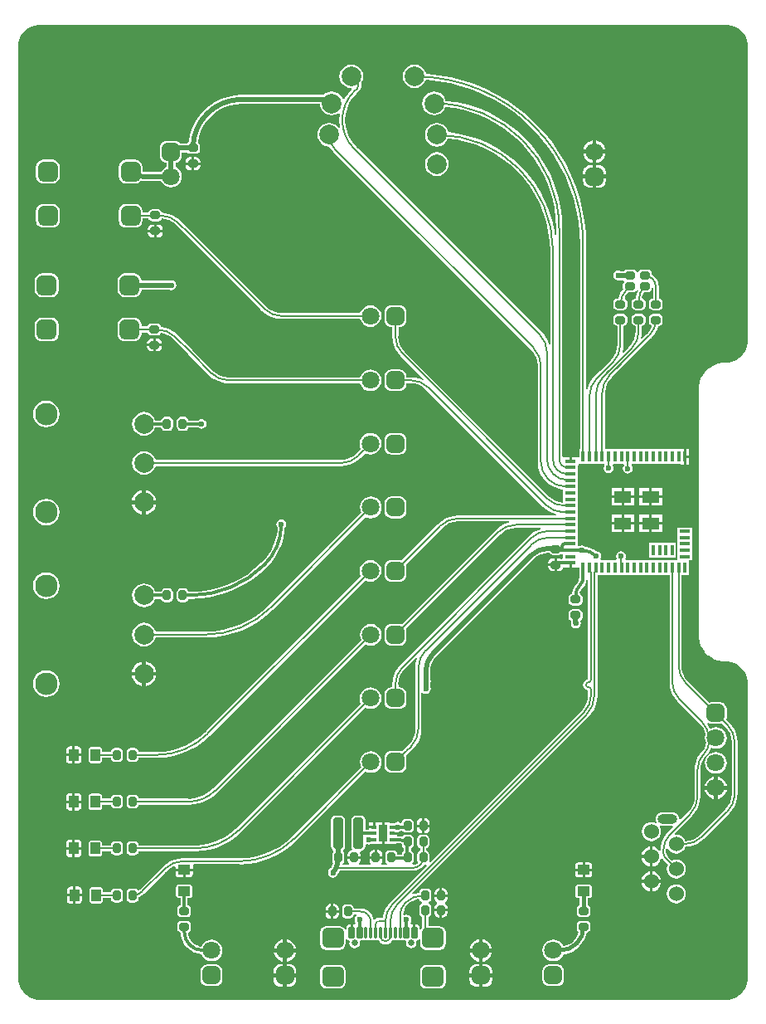
<source format=gtl>
G04*
G04 #@! TF.GenerationSoftware,Altium Limited,Altium Designer,19.1.8 (144)*
G04*
G04 Layer_Physical_Order=1*
G04 Layer_Color=255*
%FSLAX25Y25*%
%MOIN*%
G70*
G01*
G75*
%ADD12C,0.00787*%
%ADD13C,0.01181*%
%ADD15C,0.00591*%
%ADD35C,0.07480*%
%ADD43C,0.01378*%
%ADD44C,0.01968*%
%ADD45C,0.01575*%
G04:AMPARAMS|DCode=46|XSize=11.81mil|YSize=45.28mil|CornerRadius=1.18mil|HoleSize=0mil|Usage=FLASHONLY|Rotation=0.000|XOffset=0mil|YOffset=0mil|HoleType=Round|Shape=RoundedRectangle|*
%AMROUNDEDRECTD46*
21,1,0.01181,0.04291,0,0,0.0*
21,1,0.00945,0.04528,0,0,0.0*
1,1,0.00236,0.00472,-0.02146*
1,1,0.00236,-0.00472,-0.02146*
1,1,0.00236,-0.00472,0.02146*
1,1,0.00236,0.00472,0.02146*
%
%ADD46ROUNDEDRECTD46*%
G04:AMPARAMS|DCode=47|XSize=23.62mil|YSize=45.28mil|CornerRadius=2.36mil|HoleSize=0mil|Usage=FLASHONLY|Rotation=0.000|XOffset=0mil|YOffset=0mil|HoleType=Round|Shape=RoundedRectangle|*
%AMROUNDEDRECTD47*
21,1,0.02362,0.04055,0,0,0.0*
21,1,0.01890,0.04528,0,0,0.0*
1,1,0.00472,0.00945,-0.02028*
1,1,0.00472,-0.00945,-0.02028*
1,1,0.00472,-0.00945,0.02028*
1,1,0.00472,0.00945,0.02028*
%
%ADD47ROUNDEDRECTD47*%
G04:AMPARAMS|DCode=48|XSize=85.83mil|YSize=78.74mil|CornerRadius=15.75mil|HoleSize=0mil|Usage=FLASHONLY|Rotation=180.000|XOffset=0mil|YOffset=0mil|HoleType=Round|Shape=RoundedRectangle|*
%AMROUNDEDRECTD48*
21,1,0.08583,0.04724,0,0,180.0*
21,1,0.05433,0.07874,0,0,180.0*
1,1,0.03150,-0.02717,0.02362*
1,1,0.03150,0.02717,0.02362*
1,1,0.03150,0.02717,-0.02362*
1,1,0.03150,-0.02717,-0.02362*
%
%ADD48ROUNDEDRECTD48*%
G04:AMPARAMS|DCode=49|XSize=39.37mil|YSize=31.5mil|CornerRadius=7.87mil|HoleSize=0mil|Usage=FLASHONLY|Rotation=0.000|XOffset=0mil|YOffset=0mil|HoleType=Round|Shape=RoundedRectangle|*
%AMROUNDEDRECTD49*
21,1,0.03937,0.01575,0,0,0.0*
21,1,0.02362,0.03150,0,0,0.0*
1,1,0.01575,0.01181,-0.00787*
1,1,0.01575,-0.01181,-0.00787*
1,1,0.01575,-0.01181,0.00787*
1,1,0.01575,0.01181,0.00787*
%
%ADD49ROUNDEDRECTD49*%
G04:AMPARAMS|DCode=50|XSize=39.37mil|YSize=31.5mil|CornerRadius=7.87mil|HoleSize=0mil|Usage=FLASHONLY|Rotation=270.000|XOffset=0mil|YOffset=0mil|HoleType=Round|Shape=RoundedRectangle|*
%AMROUNDEDRECTD50*
21,1,0.03937,0.01575,0,0,270.0*
21,1,0.02362,0.03150,0,0,270.0*
1,1,0.01575,-0.00787,-0.01181*
1,1,0.01575,-0.00787,0.01181*
1,1,0.01575,0.00787,0.01181*
1,1,0.01575,0.00787,-0.01181*
%
%ADD50ROUNDEDRECTD50*%
G04:AMPARAMS|DCode=51|XSize=49.21mil|YSize=39.37mil|CornerRadius=3.94mil|HoleSize=0mil|Usage=FLASHONLY|Rotation=180.000|XOffset=0mil|YOffset=0mil|HoleType=Round|Shape=RoundedRectangle|*
%AMROUNDEDRECTD51*
21,1,0.04921,0.03150,0,0,180.0*
21,1,0.04134,0.03937,0,0,180.0*
1,1,0.00787,-0.02067,0.01575*
1,1,0.00787,0.02067,0.01575*
1,1,0.00787,0.02067,-0.01575*
1,1,0.00787,-0.02067,-0.01575*
%
%ADD51ROUNDEDRECTD51*%
G04:AMPARAMS|DCode=52|XSize=31.5mil|YSize=39.37mil|CornerRadius=7.87mil|HoleSize=0mil|Usage=FLASHONLY|Rotation=90.000|XOffset=0mil|YOffset=0mil|HoleType=Round|Shape=RoundedRectangle|*
%AMROUNDEDRECTD52*
21,1,0.03150,0.02362,0,0,90.0*
21,1,0.01575,0.03937,0,0,90.0*
1,1,0.01575,0.01181,0.00787*
1,1,0.01575,0.01181,-0.00787*
1,1,0.01575,-0.01181,-0.00787*
1,1,0.01575,-0.01181,0.00787*
%
%ADD52ROUNDEDRECTD52*%
G04:AMPARAMS|DCode=53|XSize=78.74mil|YSize=78.74mil|CornerRadius=19.68mil|HoleSize=0mil|Usage=FLASHONLY|Rotation=270.000|XOffset=0mil|YOffset=0mil|HoleType=Round|Shape=RoundedRectangle|*
%AMROUNDEDRECTD53*
21,1,0.07874,0.03937,0,0,270.0*
21,1,0.03937,0.07874,0,0,270.0*
1,1,0.03937,-0.01968,-0.01968*
1,1,0.03937,-0.01968,0.01968*
1,1,0.03937,0.01968,0.01968*
1,1,0.03937,0.01968,-0.01968*
%
%ADD53ROUNDEDRECTD53*%
%ADD54C,0.07874*%
%ADD55R,0.03543X0.06693*%
%ADD56R,0.01968X0.01575*%
G04:AMPARAMS|DCode=57|XSize=49.21mil|YSize=39.37mil|CornerRadius=3.94mil|HoleSize=0mil|Usage=FLASHONLY|Rotation=270.000|XOffset=0mil|YOffset=0mil|HoleType=Round|Shape=RoundedRectangle|*
%AMROUNDEDRECTD57*
21,1,0.04921,0.03150,0,0,270.0*
21,1,0.04134,0.03937,0,0,270.0*
1,1,0.00787,-0.01575,-0.02067*
1,1,0.00787,-0.01575,0.02067*
1,1,0.00787,0.01575,0.02067*
1,1,0.00787,0.01575,-0.02067*
%
%ADD57ROUNDEDRECTD57*%
G04:AMPARAMS|DCode=58|XSize=125.98mil|YSize=39.37mil|CornerRadius=9.84mil|HoleSize=0mil|Usage=FLASHONLY|Rotation=270.000|XOffset=0mil|YOffset=0mil|HoleType=Round|Shape=RoundedRectangle|*
%AMROUNDEDRECTD58*
21,1,0.12598,0.01968,0,0,270.0*
21,1,0.10630,0.03937,0,0,270.0*
1,1,0.01968,-0.00984,-0.05315*
1,1,0.01968,-0.00984,0.05315*
1,1,0.01968,0.00984,0.05315*
1,1,0.01968,0.00984,-0.05315*
%
%ADD58ROUNDEDRECTD58*%
%ADD59R,0.01378X0.04331*%
%ADD60R,0.04331X0.01378*%
%ADD61R,0.07087X0.05118*%
%ADD62O,0.07874X0.03937*%
%ADD63C,0.06000*%
%ADD64C,0.07087*%
G04:AMPARAMS|DCode=65|XSize=70.87mil|YSize=70.87mil|CornerRadius=17.72mil|HoleSize=0mil|Usage=FLASHONLY|Rotation=180.000|XOffset=0mil|YOffset=0mil|HoleType=Round|Shape=RoundedRectangle|*
%AMROUNDEDRECTD65*
21,1,0.07087,0.03543,0,0,180.0*
21,1,0.03543,0.07087,0,0,180.0*
1,1,0.03543,-0.01772,0.01772*
1,1,0.03543,0.01772,0.01772*
1,1,0.03543,0.01772,-0.01772*
1,1,0.03543,-0.01772,-0.01772*
%
%ADD65ROUNDEDRECTD65*%
G04:AMPARAMS|DCode=66|XSize=70.87mil|YSize=70.87mil|CornerRadius=17.72mil|HoleSize=0mil|Usage=FLASHONLY|Rotation=270.000|XOffset=0mil|YOffset=0mil|HoleType=Round|Shape=RoundedRectangle|*
%AMROUNDEDRECTD66*
21,1,0.07087,0.03543,0,0,270.0*
21,1,0.03543,0.07087,0,0,270.0*
1,1,0.03543,-0.01772,-0.01772*
1,1,0.03543,-0.01772,0.01772*
1,1,0.03543,0.01772,0.01772*
1,1,0.03543,0.01772,-0.01772*
%
%ADD66ROUNDEDRECTD66*%
%ADD67C,0.02559*%
%ADD68C,0.16535*%
%ADD69C,0.28347*%
%ADD70C,0.09055*%
%ADD71C,0.02362*%
G36*
X140374Y195507D02*
X141982Y194841D01*
X143430Y193874D01*
X144661Y192642D01*
X145628Y191195D01*
X146295Y189586D01*
X146634Y187878D01*
X146634Y187008D01*
X146634Y68898D01*
Y68027D01*
X146295Y66319D01*
X145628Y64711D01*
X144661Y63263D01*
X143430Y62032D01*
X141982Y61065D01*
X140374Y60398D01*
X138666Y60059D01*
X137795Y60058D01*
X137771Y60054D01*
X137746Y60057D01*
X136781Y60010D01*
X136709Y59992D01*
X136635D01*
X134742Y59615D01*
X134651Y59578D01*
X134554Y59558D01*
X132772Y58820D01*
X132689Y58765D01*
X132598Y58727D01*
X130994Y57655D01*
X130924Y57585D01*
X130842Y57530D01*
X129477Y56166D01*
X129422Y56084D01*
X129352Y56014D01*
X128280Y54410D01*
X128243Y54318D01*
X128188Y54236D01*
X127449Y52454D01*
X127430Y52357D01*
X127392Y52265D01*
X127016Y50373D01*
Y50299D01*
X126998Y50226D01*
X126951Y49262D01*
X126954Y49237D01*
X126949Y49213D01*
X126949Y-49213D01*
X126954Y-49237D01*
X126950Y-49262D01*
X126998Y-50226D01*
X127016Y-50299D01*
Y-50373D01*
X127392Y-52266D01*
X127430Y-52357D01*
X127449Y-52454D01*
X128188Y-54236D01*
X128243Y-54318D01*
X128280Y-54410D01*
X129352Y-56014D01*
X129422Y-56084D01*
X129477Y-56166D01*
X130842Y-57530D01*
X130924Y-57586D01*
X130994Y-57655D01*
X132598Y-58727D01*
X132689Y-58765D01*
X132772Y-58820D01*
X134554Y-59558D01*
X134651Y-59578D01*
X134742Y-59615D01*
X136635Y-59992D01*
X136709D01*
X136781Y-60010D01*
X137746Y-60057D01*
X137771Y-60054D01*
X137795Y-60059D01*
X138666D01*
X140374Y-60398D01*
X141982Y-61065D01*
X143430Y-62032D01*
X144661Y-63263D01*
X145628Y-64711D01*
X146295Y-66320D01*
X146634Y-68027D01*
X146634Y-68897D01*
X146634Y-68897D01*
X146634Y-68898D01*
X146634Y-187008D01*
Y-187879D01*
X146295Y-189586D01*
X145628Y-191195D01*
X144661Y-192643D01*
X143430Y-193874D01*
X141982Y-194841D01*
X140374Y-195507D01*
X138666Y-195847D01*
X137795Y-195847D01*
X-137795D01*
X-138666Y-195847D01*
X-140374Y-195507D01*
X-141982Y-194841D01*
X-143430Y-193874D01*
X-144661Y-192643D01*
X-145628Y-191195D01*
X-146295Y-189586D01*
X-146634Y-187879D01*
X-146634Y-187008D01*
X-146634Y187008D01*
Y187878D01*
X-146295Y189586D01*
X-145628Y191195D01*
X-144661Y192642D01*
X-143430Y193874D01*
X-141982Y194841D01*
X-140374Y195507D01*
X-138666Y195847D01*
X138666D01*
X140374Y195507D01*
D02*
G37*
%LPC*%
G36*
X12728Y179763D02*
X11494Y179601D01*
X10345Y179125D01*
X9358Y178368D01*
X8601Y177381D01*
X8125Y176232D01*
X7962Y174998D01*
X8125Y173765D01*
X8601Y172616D01*
X9358Y171629D01*
X10345Y170871D01*
X11494Y170396D01*
X12728Y170233D01*
X13961Y170396D01*
X15110Y170871D01*
X16097Y171629D01*
X16854Y172616D01*
X17281Y173647D01*
X17478Y173640D01*
X22205Y173132D01*
X26883Y172288D01*
X31490Y171112D01*
X36000Y169611D01*
X40392Y167791D01*
X44643Y165664D01*
X48732Y163238D01*
X52637Y160527D01*
X56338Y157544D01*
X59818Y154304D01*
X63057Y150825D01*
X66040Y147123D01*
X68751Y143218D01*
X71177Y139130D01*
X73305Y134879D01*
X75124Y130487D01*
X76626Y125976D01*
X77801Y121370D01*
X78645Y116692D01*
X79153Y111965D01*
X79321Y107280D01*
X79308Y107214D01*
Y32579D01*
X79308Y32579D01*
X79308Y32579D01*
Y25197D01*
X79035D01*
Y22165D01*
X78543Y22146D01*
X78535Y22146D01*
X75886D01*
Y20472D01*
X74901D01*
Y22146D01*
X72244D01*
X72070Y22574D01*
Y113899D01*
X72096D01*
X71900Y118388D01*
X71314Y122842D01*
X70341Y127229D01*
X68990Y131514D01*
X67271Y135665D01*
X65196Y139650D01*
X62782Y143440D01*
X60047Y147004D01*
X57011Y150317D01*
X53699Y153352D01*
X50134Y156088D01*
X46345Y158502D01*
X42360Y160576D01*
X38208Y162296D01*
X33924Y163647D01*
X29537Y164619D01*
X25225Y165187D01*
X25196Y165405D01*
X24720Y166554D01*
X23963Y167541D01*
X22976Y168298D01*
X21827Y168774D01*
X20594Y168937D01*
X19360Y168774D01*
X18211Y168298D01*
X17224Y167541D01*
X16467Y166554D01*
X15991Y165405D01*
X15828Y164172D01*
X15991Y162938D01*
X16467Y161789D01*
X17224Y160802D01*
X18211Y160045D01*
X19360Y159569D01*
X20594Y159406D01*
X21827Y159569D01*
X22976Y160045D01*
X23963Y160802D01*
X24720Y161789D01*
X25126Y162767D01*
X29118Y162241D01*
X33299Y161314D01*
X37383Y160027D01*
X41339Y158388D01*
X45138Y156411D01*
X48749Y154110D01*
X52147Y151503D01*
X55304Y148609D01*
X58197Y145452D01*
X60804Y142055D01*
X63105Y138443D01*
X65083Y134644D01*
X66721Y130688D01*
X68009Y126604D01*
X68936Y122423D01*
X69495Y118177D01*
X69678Y113981D01*
X69662Y113899D01*
Y111223D01*
X69162Y111190D01*
X68903Y113154D01*
X67997Y117240D01*
X66739Y121232D01*
X65137Y125099D01*
X63204Y128812D01*
X60955Y132342D01*
X58407Y135663D01*
X55580Y138749D01*
X52494Y141577D01*
X49173Y144125D01*
X45643Y146373D01*
X41930Y148306D01*
X38063Y149908D01*
X34071Y151167D01*
X29985Y152073D01*
X26289Y152559D01*
X26256Y152808D01*
X25780Y153957D01*
X25023Y154944D01*
X24036Y155701D01*
X22887Y156177D01*
X21653Y156340D01*
X20420Y156177D01*
X19271Y155701D01*
X18284Y154944D01*
X17527Y153957D01*
X17051Y152808D01*
X16888Y151575D01*
X17051Y150341D01*
X17527Y149192D01*
X18284Y148205D01*
X19271Y147448D01*
X20420Y146972D01*
X21653Y146809D01*
X22887Y146972D01*
X24036Y147448D01*
X25023Y148205D01*
X25780Y149192D01*
X26173Y150141D01*
X29566Y149695D01*
X33446Y148834D01*
X37237Y147639D01*
X40910Y146118D01*
X44436Y144282D01*
X47788Y142147D01*
X50942Y139727D01*
X53872Y137041D01*
X56558Y134111D01*
X58978Y130957D01*
X61113Y127605D01*
X62949Y124079D01*
X64470Y120406D01*
X65665Y116615D01*
X66526Y112735D01*
X67044Y108794D01*
X67215Y104891D01*
X67201Y104823D01*
Y67438D01*
X66701Y67379D01*
X66612Y67753D01*
X65938Y69379D01*
X65019Y70879D01*
X63876Y72217D01*
X63867Y72209D01*
X63867Y72209D01*
X-10702Y146779D01*
X-10762Y146819D01*
X-12260Y148573D01*
X-13503Y150600D01*
X-14413Y152797D01*
X-14968Y155110D01*
X-15154Y157480D01*
X-14968Y159851D01*
X-14413Y162163D01*
X-13503Y164360D01*
X-12260Y166388D01*
X-10762Y168141D01*
X-10702Y168182D01*
X-9565Y169319D01*
X-9562Y169316D01*
X-9059Y169972D01*
X-8742Y170736D01*
X-8634Y171555D01*
X-8612D01*
X-8777Y172386D01*
X-8601Y172616D01*
X-8125Y173765D01*
X-7963Y174998D01*
X-8125Y176232D01*
X-8601Y177381D01*
X-9358Y178368D01*
X-10345Y179125D01*
X-11495Y179601D01*
X-12728Y179763D01*
X-13961Y179601D01*
X-15110Y179125D01*
X-16097Y178368D01*
X-16855Y177381D01*
X-17331Y176232D01*
X-17493Y174998D01*
X-17331Y173765D01*
X-16855Y172616D01*
X-16097Y171629D01*
X-15110Y170871D01*
X-13961Y170396D01*
X-12773Y170239D01*
X-12751Y170218D01*
X-12683Y170118D01*
X-12539Y169754D01*
X-13929Y168168D01*
X-15205Y166259D01*
X-15530Y165599D01*
X-16079Y165617D01*
X-16467Y166554D01*
X-17224Y167541D01*
X-18211Y168298D01*
X-19361Y168774D01*
X-20594Y168937D01*
X-21827Y168774D01*
X-22976Y168298D01*
X-23946Y167554D01*
X-56890D01*
Y167565D01*
X-59671Y167383D01*
X-62404Y166839D01*
X-65043Y165944D01*
X-67542Y164711D01*
X-69860Y163163D01*
X-71955Y161325D01*
X-73792Y159230D01*
X-75341Y156913D01*
X-76573Y154413D01*
X-77469Y151774D01*
X-78013Y149041D01*
X-78045Y148556D01*
X-78174Y148531D01*
X-78694Y148183D01*
X-78772Y148066D01*
X-81414D01*
X-81639Y148361D01*
X-82174Y148771D01*
X-82797Y149029D01*
X-83465Y149117D01*
X-87008D01*
X-87676Y149029D01*
X-88298Y148771D01*
X-88833Y148361D01*
X-89243Y147826D01*
X-89501Y147204D01*
X-89589Y146535D01*
Y142992D01*
X-89501Y142324D01*
X-89243Y141702D01*
X-88833Y141167D01*
X-88298Y140757D01*
X-87676Y140499D01*
X-87043Y140416D01*
Y138703D01*
X-87420Y138547D01*
X-88325Y137853D01*
X-89019Y136948D01*
X-89175Y136570D01*
X-96518D01*
X-96712Y137038D01*
Y138779D01*
X-96807Y139499D01*
X-97085Y140169D01*
X-97527Y140745D01*
X-98102Y141187D01*
X-98773Y141464D01*
X-99492Y141559D01*
X-103429D01*
X-104149Y141464D01*
X-104819Y141187D01*
X-105395Y140745D01*
X-105836Y140169D01*
X-106114Y139499D01*
X-106209Y138779D01*
Y134843D01*
X-106114Y134123D01*
X-105836Y133453D01*
X-105395Y132877D01*
X-104819Y132435D01*
X-104149Y132158D01*
X-103429Y132063D01*
X-99492D01*
X-98773Y132158D01*
X-98102Y132435D01*
X-97527Y132877D01*
X-97404Y133037D01*
X-96518Y132950D01*
Y132957D01*
X-89175D01*
X-89019Y132580D01*
X-88325Y131675D01*
X-87420Y130981D01*
X-86367Y130545D01*
X-85236Y130396D01*
X-84106Y130545D01*
X-83052Y130981D01*
X-82148Y131675D01*
X-81453Y132580D01*
X-81017Y133633D01*
X-80868Y134764D01*
X-81017Y135894D01*
X-81453Y136948D01*
X-82148Y137853D01*
X-83052Y138547D01*
X-83430Y138703D01*
Y140416D01*
X-82797Y140499D01*
X-82174Y140757D01*
X-81639Y141167D01*
X-81229Y141702D01*
X-80971Y142324D01*
X-80883Y142992D01*
Y144454D01*
X-78772D01*
X-78694Y144337D01*
X-78174Y143989D01*
X-77559Y143867D01*
X-75197D01*
X-74582Y143989D01*
X-74062Y144337D01*
X-73713Y144858D01*
X-73591Y145472D01*
Y147047D01*
X-73713Y147662D01*
X-74062Y148183D01*
X-74451Y148443D01*
X-74443Y148571D01*
X-73991Y150842D01*
X-73247Y153035D01*
X-72222Y155112D01*
X-70936Y157038D01*
X-69409Y158779D01*
X-67668Y160306D01*
X-65742Y161592D01*
X-63665Y162617D01*
X-61472Y163361D01*
X-59201Y163813D01*
X-56975Y163959D01*
X-56890Y163942D01*
X-25329D01*
X-25197Y162938D01*
X-24721Y161789D01*
X-23963Y160802D01*
X-22976Y160045D01*
X-21827Y159569D01*
X-20594Y159406D01*
X-19361Y159569D01*
X-18211Y160045D01*
X-17800Y160360D01*
X-17346Y160078D01*
X-17407Y159772D01*
X-17557Y157480D01*
X-17407Y155189D01*
X-17255Y154425D01*
X-17723Y154213D01*
X-18284Y154944D01*
X-19271Y155701D01*
X-20420Y156177D01*
X-21654Y156340D01*
X-22887Y156177D01*
X-24036Y155701D01*
X-25023Y154944D01*
X-25780Y153957D01*
X-26256Y152808D01*
X-26419Y151575D01*
X-26256Y150341D01*
X-25780Y149192D01*
X-25023Y148205D01*
X-24036Y147448D01*
X-22887Y146972D01*
X-21654Y146809D01*
X-21578Y146819D01*
X-21256Y146216D01*
X-20056Y144754D01*
X-20040Y144770D01*
X-20040Y144770D01*
X59357Y65374D01*
X59704Y65027D01*
X60025Y64660D01*
X60811Y63703D01*
X61625Y62179D01*
X62126Y60527D01*
X62290Y58860D01*
X62280Y58808D01*
Y20236D01*
X62269D01*
X62407Y18482D01*
X62818Y16770D01*
X63491Y15144D01*
X64411Y13644D01*
X65554Y12306D01*
X66892Y11163D01*
X68392Y10243D01*
X70018Y9569D01*
X71730Y9159D01*
X72441Y9103D01*
Y4179D01*
X72070Y3843D01*
X71321Y3917D01*
X69668Y4418D01*
X68145Y5233D01*
X67193Y6013D01*
X66820Y6340D01*
X66820D01*
X66473Y6686D01*
X8781Y64379D01*
X8736Y64409D01*
X7674Y65703D01*
X6859Y67227D01*
X6358Y68880D01*
X6194Y70547D01*
X6204Y70599D01*
Y74387D01*
X6772D01*
X7440Y74475D01*
X8062Y74733D01*
X8597Y75143D01*
X9007Y75678D01*
X9265Y76301D01*
X9353Y76968D01*
Y80512D01*
X9265Y81180D01*
X9007Y81802D01*
X8597Y82337D01*
X8062Y82747D01*
X7440Y83005D01*
X6772Y83093D01*
X3228D01*
X2560Y83005D01*
X1938Y82747D01*
X1403Y82337D01*
X993Y81802D01*
X735Y81180D01*
X647Y80512D01*
Y76968D01*
X735Y76301D01*
X993Y75678D01*
X1403Y75143D01*
X1938Y74733D01*
X2560Y74475D01*
X3228Y74387D01*
X3796D01*
Y70599D01*
X3784D01*
X3922Y68844D01*
X4333Y67133D01*
X5007Y65507D01*
X5926Y64006D01*
X7069Y62668D01*
X7077Y62676D01*
X16268Y53486D01*
X15985Y53062D01*
X14706Y53591D01*
X12995Y54002D01*
X11240Y54140D01*
Y54129D01*
X9353D01*
Y54696D01*
X9265Y55364D01*
X9007Y55987D01*
X8597Y56521D01*
X8062Y56932D01*
X7440Y57189D01*
X6772Y57277D01*
X3228D01*
X2560Y57189D01*
X1938Y56932D01*
X1403Y56521D01*
X993Y55987D01*
X735Y55364D01*
X647Y54696D01*
Y51153D01*
X735Y50485D01*
X993Y49862D01*
X1403Y49328D01*
X1938Y48918D01*
X2560Y48660D01*
X3228Y48572D01*
X6772D01*
X7440Y48660D01*
X8062Y48918D01*
X8597Y49328D01*
X9007Y49862D01*
X9265Y50485D01*
X9353Y51153D01*
Y51720D01*
X11240D01*
X11293Y51731D01*
X12959Y51567D01*
X14612Y51065D01*
X16136Y50251D01*
X17430Y49189D01*
X17460Y49144D01*
X64173Y2431D01*
X64518Y2069D01*
X64519Y2069D01*
X65857Y926D01*
X67357Y7D01*
X68983Y-667D01*
X69767Y-855D01*
X69708Y-1355D01*
X30177D01*
Y-1343D01*
X28423Y-1481D01*
X26711Y-1892D01*
X25085Y-2566D01*
X23585Y-3485D01*
X22246Y-4628D01*
X22246Y-4628D01*
X21901Y-4990D01*
X7526Y-19365D01*
X7440Y-19329D01*
X6772Y-19241D01*
X3228D01*
X2560Y-19329D01*
X1938Y-19587D01*
X1403Y-19997D01*
X993Y-20532D01*
X735Y-21154D01*
X647Y-21822D01*
Y-25366D01*
X735Y-26034D01*
X993Y-26656D01*
X1403Y-27191D01*
X1938Y-27601D01*
X2560Y-27859D01*
X3228Y-27947D01*
X6772D01*
X7440Y-27859D01*
X8062Y-27601D01*
X8597Y-27191D01*
X9007Y-26656D01*
X9265Y-26034D01*
X9353Y-25366D01*
Y-21822D01*
X9265Y-21154D01*
X9229Y-21068D01*
X23957Y-6340D01*
X23957Y-6340D01*
X24325Y-6018D01*
X25282Y-5233D01*
X26805Y-4418D01*
X28458Y-3917D01*
X30125Y-3753D01*
X30177Y-3763D01*
X50706D01*
X50765Y-4263D01*
X49982Y-4451D01*
X48356Y-5125D01*
X46855Y-6044D01*
X45517Y-7187D01*
X45525Y-7196D01*
X7624Y-45096D01*
X7538Y-45060D01*
X6870Y-44972D01*
X3327D01*
X2659Y-45060D01*
X2036Y-45318D01*
X1502Y-45728D01*
X1091Y-46263D01*
X834Y-46885D01*
X746Y-47554D01*
Y-51097D01*
X834Y-51765D01*
X1091Y-52387D01*
X1502Y-52922D01*
X2036Y-53332D01*
X2659Y-53590D01*
X3327Y-53678D01*
X6870D01*
X7538Y-53590D01*
X8161Y-53332D01*
X8695Y-52922D01*
X9105Y-52387D01*
X9363Y-51765D01*
X9451Y-51097D01*
Y-47554D01*
X9363Y-46885D01*
X9328Y-46799D01*
X47228Y-8899D01*
X47258Y-8854D01*
X48552Y-7792D01*
X50076Y-6978D01*
X51728Y-6476D01*
X53395Y-6312D01*
X53448Y-6322D01*
X63400D01*
X63474Y-6822D01*
X62207Y-7207D01*
X60484Y-8128D01*
X58973Y-9367D01*
X58991Y-9385D01*
X7077Y-61298D01*
X7069Y-61290D01*
X5926Y-62629D01*
X5007Y-64129D01*
X4333Y-65755D01*
X3922Y-67466D01*
X3784Y-69221D01*
X3796D01*
Y-70408D01*
X3228D01*
X2560Y-70496D01*
X1938Y-70754D01*
X1403Y-71164D01*
X993Y-71699D01*
X735Y-72321D01*
X647Y-72989D01*
Y-76533D01*
X735Y-77201D01*
X993Y-77823D01*
X1403Y-78358D01*
X1938Y-78768D01*
X2560Y-79026D01*
X3228Y-79114D01*
X6772D01*
X7440Y-79026D01*
X8062Y-78768D01*
X8597Y-78358D01*
X9007Y-77823D01*
X9265Y-77201D01*
X9353Y-76533D01*
Y-72989D01*
X9265Y-72321D01*
X9007Y-71699D01*
X8597Y-71164D01*
X8062Y-70754D01*
X7440Y-70496D01*
X6772Y-70408D01*
X6204D01*
Y-69221D01*
X6194Y-69169D01*
X6358Y-67502D01*
X6859Y-65849D01*
X7674Y-64326D01*
X8736Y-63031D01*
X8781Y-63001D01*
X13363Y-58419D01*
X13787Y-58702D01*
X13605Y-59141D01*
X13194Y-60852D01*
X13056Y-62607D01*
X13067D01*
Y-87078D01*
X13078Y-87131D01*
X12914Y-88797D01*
X12412Y-90450D01*
X11598Y-91974D01*
X10817Y-92925D01*
X10491Y-93298D01*
Y-93298D01*
X10144Y-93645D01*
X7624Y-96165D01*
X7538Y-96129D01*
X6870Y-96041D01*
X3327D01*
X2659Y-96129D01*
X2036Y-96387D01*
X1502Y-96797D01*
X1091Y-97331D01*
X834Y-97954D01*
X746Y-98622D01*
Y-102165D01*
X834Y-102833D01*
X1091Y-103456D01*
X1502Y-103990D01*
X2036Y-104401D01*
X2659Y-104658D01*
X3327Y-104746D01*
X6870D01*
X7538Y-104658D01*
X8161Y-104401D01*
X8695Y-103990D01*
X9105Y-103456D01*
X9363Y-102833D01*
X9451Y-102165D01*
Y-98622D01*
X9363Y-97954D01*
X9328Y-97868D01*
X11841Y-95354D01*
X12202Y-95009D01*
X12202Y-95009D01*
X13345Y-93671D01*
X14265Y-92170D01*
X14938Y-90544D01*
X15349Y-88833D01*
X15487Y-87078D01*
X15476D01*
Y-72722D01*
X15976Y-72498D01*
X16456Y-72819D01*
X17224Y-72972D01*
X17992Y-72819D01*
X18644Y-72384D01*
X19079Y-71733D01*
X19231Y-70965D01*
X19079Y-70196D01*
X19031Y-70125D01*
Y-69004D01*
X18992Y-68811D01*
X19079Y-68682D01*
X19231Y-67913D01*
X19079Y-67145D01*
X19031Y-67074D01*
Y-63886D01*
X19015Y-63805D01*
X19164Y-62283D01*
X19632Y-60741D01*
X20391Y-59321D01*
X21361Y-58139D01*
X21431Y-58092D01*
X60727Y-18796D01*
X60773Y-18727D01*
X61955Y-17757D01*
X63376Y-16997D01*
X64917Y-16530D01*
X66439Y-16380D01*
X66521Y-16396D01*
X66912D01*
X67172Y-16785D01*
X67693Y-17133D01*
X68307Y-17255D01*
X70669D01*
X71284Y-17133D01*
X71693Y-16860D01*
X72441D01*
Y-18381D01*
X72244Y-18799D01*
X71744Y-18961D01*
X71361Y-18705D01*
X70669Y-18568D01*
X69981D01*
Y-21161D01*
Y-23755D01*
X70669D01*
X71361Y-23618D01*
X71947Y-23226D01*
X72338Y-22640D01*
X72436Y-22146D01*
X74902D01*
Y-20472D01*
X75886D01*
Y-22146D01*
X78516D01*
X78992Y-22223D01*
X79006Y-22244D01*
Y-26381D01*
X79020Y-26452D01*
X78840Y-27359D01*
X78556Y-27784D01*
X78260Y-28161D01*
X78260Y-28161D01*
X77277Y-29359D01*
X76547Y-30724D01*
X76098Y-32206D01*
X76040Y-32792D01*
X75665Y-32867D01*
X75144Y-33215D01*
X74796Y-33736D01*
X74674Y-34350D01*
Y-35925D01*
X74796Y-36540D01*
X75144Y-37061D01*
X75665Y-37409D01*
X76279Y-37531D01*
X78642D01*
X79256Y-37409D01*
X79777Y-37061D01*
X80125Y-36540D01*
X80247Y-35925D01*
Y-34350D01*
X80125Y-33736D01*
X79777Y-33215D01*
X79256Y-32867D01*
X79170Y-32340D01*
X79602Y-31297D01*
X80080Y-30674D01*
X80408Y-30310D01*
X80408Y-30310D01*
X81291Y-29159D01*
X81846Y-27819D01*
X81957Y-26977D01*
X82457Y-27010D01*
Y-61614D01*
Y-67215D01*
X81778Y-67350D01*
X81062Y-67829D01*
X80583Y-68545D01*
X80415Y-69390D01*
X80583Y-70235D01*
X81062Y-70951D01*
X81778Y-71430D01*
X82457Y-71565D01*
Y-73515D01*
X82468Y-73568D01*
X82303Y-75234D01*
X81802Y-76887D01*
X80988Y-78411D01*
X80202Y-79368D01*
X79881Y-79735D01*
X79881Y-79735D01*
X19016Y-140600D01*
X18555Y-140354D01*
X18633Y-139961D01*
Y-137598D01*
X18511Y-136984D01*
X18163Y-136463D01*
X17642Y-136115D01*
X17444Y-136075D01*
Y-135086D01*
X17642Y-135046D01*
X18163Y-134698D01*
X18511Y-134177D01*
X18633Y-133563D01*
Y-131201D01*
X18511Y-130586D01*
X18163Y-130065D01*
X17642Y-129717D01*
X17028Y-129595D01*
X15453D01*
X14838Y-129717D01*
X14317Y-130065D01*
X13969Y-130586D01*
X13847Y-131201D01*
Y-133563D01*
X13969Y-134177D01*
X14317Y-134698D01*
X14838Y-135046D01*
X15036Y-135086D01*
Y-136075D01*
X14838Y-136115D01*
X14317Y-136463D01*
X13969Y-136984D01*
X13847Y-137598D01*
Y-139961D01*
X13969Y-140575D01*
X14161Y-140862D01*
X13570Y-141315D01*
X12864Y-141607D01*
X12106Y-141707D01*
X11998Y-141607D01*
X11864Y-141096D01*
X12212Y-140575D01*
X12334Y-139961D01*
Y-137598D01*
X12212Y-136984D01*
X11864Y-136463D01*
X11343Y-136115D01*
X11248Y-136096D01*
Y-135065D01*
X11343Y-135046D01*
X11864Y-134698D01*
X12212Y-134177D01*
X12334Y-133563D01*
Y-131201D01*
X12212Y-130586D01*
X11864Y-130065D01*
X11343Y-129717D01*
X10728Y-129595D01*
X9154D01*
X8539Y-129717D01*
X8018Y-130065D01*
X7857Y-130306D01*
X6890Y-130179D01*
Y-130189D01*
X5669D01*
Y-129527D01*
X3701D01*
Y-128543D01*
X5833D01*
X5906Y-128483D01*
X6674Y-128331D01*
X7276Y-127928D01*
X7814Y-127995D01*
X8018Y-128301D01*
X8539Y-128649D01*
X9154Y-128771D01*
X10728D01*
X11343Y-128649D01*
X11864Y-128301D01*
X12212Y-127780D01*
X12334Y-127165D01*
Y-124803D01*
X12212Y-124189D01*
X11864Y-123668D01*
X11343Y-123320D01*
X10728Y-123197D01*
X9154D01*
X8539Y-123320D01*
X8018Y-123668D01*
X7670Y-124189D01*
X7583Y-124628D01*
X7189Y-124853D01*
X7048Y-124872D01*
X6674Y-124622D01*
X5906Y-124469D01*
X5138Y-124622D01*
X4719Y-124901D01*
X2854D01*
Y-124704D01*
X591D01*
Y-129035D01*
Y-133366D01*
X2854D01*
Y-133169D01*
X5472D01*
Y-132999D01*
X6890D01*
X6907Y-132996D01*
X7485Y-133111D01*
X7548Y-133153D01*
Y-133563D01*
X7670Y-134177D01*
X8018Y-134698D01*
X8438Y-134978D01*
Y-136183D01*
X8018Y-136463D01*
X7670Y-136984D01*
X7553Y-137571D01*
X5833D01*
X5716Y-136984D01*
X5368Y-136463D01*
X4847Y-136115D01*
X4232Y-135993D01*
X2657D01*
X2043Y-136115D01*
X1522Y-136463D01*
X1174Y-136984D01*
X1052Y-137598D01*
Y-139961D01*
X1174Y-140575D01*
X1522Y-141096D01*
X1691Y-141209D01*
X1540Y-141709D01*
X-595D01*
X-737Y-141365D01*
X-770Y-141209D01*
X-398Y-140652D01*
X-261Y-139961D01*
Y-139272D01*
X-2854D01*
X-5448D01*
Y-139961D01*
X-5311Y-140652D01*
X-4938Y-141209D01*
X-4972Y-141365D01*
X-5114Y-141709D01*
X-9355D01*
X-9497Y-141365D01*
X-9530Y-141209D01*
X-9158Y-140652D01*
X-9020Y-139961D01*
Y-139272D01*
X-11614D01*
X-14208D01*
Y-139961D01*
X-14070Y-140652D01*
X-13698Y-141209D01*
X-13732Y-141365D01*
X-13874Y-141709D01*
X-16008D01*
X-16160Y-141209D01*
X-15991Y-141096D01*
X-15642Y-140575D01*
X-15520Y-139961D01*
Y-137598D01*
X-15642Y-136984D01*
X-15991Y-136463D01*
X-16132Y-136368D01*
Y-135817D01*
X-15849Y-135627D01*
X-15457Y-135041D01*
X-15319Y-134350D01*
Y-123720D01*
X-15457Y-123029D01*
X-15849Y-122443D01*
X-16435Y-122051D01*
X-17126Y-121914D01*
X-19094D01*
X-19786Y-122051D01*
X-20372Y-122443D01*
X-20763Y-123029D01*
X-20901Y-123720D01*
Y-134350D01*
X-20763Y-135041D01*
X-20372Y-135627D01*
X-19917Y-135932D01*
Y-136583D01*
X-20184Y-136984D01*
X-20306Y-137598D01*
Y-139961D01*
X-20184Y-140575D01*
X-19987Y-140870D01*
X-20017Y-141097D01*
X-20021Y-141100D01*
X-20457Y-141752D01*
X-20609Y-142519D01*
X-20585Y-142643D01*
X-20914Y-143072D01*
X-21498Y-143463D01*
X-21933Y-144114D01*
X-22086Y-144882D01*
X-21933Y-145650D01*
X-21498Y-146301D01*
X-20847Y-146736D01*
X-20079Y-146889D01*
X-19311Y-146736D01*
X-18659Y-146301D01*
X-18224Y-145650D01*
X-18176Y-145407D01*
X-17736Y-144870D01*
X-17333Y-144117D01*
X12106D01*
Y-144140D01*
X13494Y-143957D01*
X14787Y-143422D01*
X15897Y-142570D01*
X16667Y-141566D01*
X17028D01*
X17421Y-141488D01*
X17667Y-141949D01*
X3625Y-155990D01*
X3062Y-156554D01*
X3054Y-156546D01*
X1911Y-157884D01*
X991Y-159385D01*
X317Y-161011D01*
X-93Y-162722D01*
X-113Y-162969D01*
X-1476D01*
X-1479Y-162970D01*
X-2170Y-163060D01*
X-2817Y-163328D01*
X-3298Y-163698D01*
X-3816Y-163599D01*
X-3876Y-163143D01*
X-4406Y-161862D01*
X-5250Y-160762D01*
X-6350Y-159918D01*
X-7631Y-159388D01*
X-9005Y-159206D01*
Y-159229D01*
X-11686D01*
X-11804Y-158637D01*
X-12152Y-158117D01*
X-12673Y-157768D01*
X-13287Y-157646D01*
X-14862D01*
X-15477Y-157768D01*
X-15998Y-158117D01*
X-16346Y-158637D01*
X-16468Y-159252D01*
Y-161614D01*
X-16346Y-162229D01*
X-15998Y-162750D01*
X-15477Y-163098D01*
X-14862Y-163220D01*
X-13287D01*
X-12673Y-163098D01*
X-12152Y-162750D01*
X-11804Y-162229D01*
X-11686Y-161637D01*
X-10686D01*
X-10534Y-162137D01*
X-10868Y-162360D01*
X-11303Y-163011D01*
X-11456Y-163779D01*
X-11303Y-164548D01*
X-11069Y-164898D01*
X-11133Y-165228D01*
X-11654Y-165577D01*
X-12106D01*
Y-168848D01*
X-13091D01*
Y-165577D01*
X-13543D01*
X-14019Y-165671D01*
X-14423Y-165941D01*
X-14693Y-166345D01*
X-14788Y-166821D01*
Y-167510D01*
X-15288Y-167662D01*
X-15698Y-167047D01*
X-16480Y-166525D01*
X-17402Y-166341D01*
X-22835D01*
X-23756Y-166525D01*
X-24538Y-167047D01*
X-25060Y-167828D01*
X-25243Y-168750D01*
Y-173474D01*
X-25060Y-174396D01*
X-24538Y-175177D01*
X-23756Y-175699D01*
X-22835Y-175883D01*
X-17402D01*
X-16480Y-175699D01*
X-15698Y-175177D01*
X-15176Y-174396D01*
X-14993Y-173474D01*
Y-171803D01*
X-14493Y-171651D01*
X-14423Y-171756D01*
X-14019Y-172026D01*
X-13757Y-172078D01*
X-13748Y-172082D01*
X-13431Y-172494D01*
X-13394Y-172620D01*
X-13485Y-173081D01*
X-13325Y-173887D01*
X-12868Y-174571D01*
X-12184Y-175028D01*
X-11378Y-175188D01*
X-10571Y-175028D01*
X-9888Y-174571D01*
X-9431Y-173887D01*
X-9270Y-173081D01*
X-9402Y-172420D01*
X-9112Y-171920D01*
X-8504D01*
X-8105Y-171840D01*
X-7915Y-171714D01*
X-7716Y-171847D01*
X-7362Y-171917D01*
X-6417D01*
X-6064Y-171847D01*
X-5906Y-171741D01*
X-5747Y-171847D01*
X-5394Y-171917D01*
X-4449D01*
X-4095Y-171847D01*
X-3937Y-171741D01*
X-3779Y-171847D01*
X-3425Y-171917D01*
X-2480D01*
X-2127Y-171847D01*
X-1767Y-172061D01*
X-1262Y-172719D01*
X-604Y-173224D01*
X162Y-173541D01*
X984Y-173649D01*
X1806Y-173541D01*
X2573Y-173224D01*
X3231Y-172719D01*
X3735Y-172061D01*
X4095Y-171847D01*
X4449Y-171917D01*
X5394D01*
X5747Y-171847D01*
X5906Y-171741D01*
X6064Y-171847D01*
X6417Y-171917D01*
X7362D01*
X7716Y-171847D01*
X7915Y-171714D01*
X8105Y-171840D01*
X8504Y-171920D01*
X9112D01*
X9402Y-172420D01*
X9270Y-173081D01*
X9431Y-173887D01*
X9888Y-174571D01*
X10571Y-175028D01*
X11378Y-175188D01*
X12184Y-175028D01*
X12868Y-174571D01*
X13325Y-173887D01*
X13485Y-173081D01*
X13394Y-172620D01*
X13431Y-172494D01*
X13748Y-172082D01*
X13757Y-172078D01*
X14019Y-172026D01*
X14423Y-171756D01*
X14493Y-171651D01*
X14993Y-171803D01*
Y-173474D01*
X15176Y-174396D01*
X15698Y-175177D01*
X16480Y-175699D01*
X17402Y-175883D01*
X22835D01*
X23756Y-175699D01*
X24538Y-175177D01*
X25060Y-174396D01*
X25243Y-173474D01*
Y-168750D01*
X25060Y-167828D01*
X24538Y-167047D01*
X23756Y-166525D01*
X22835Y-166341D01*
X18232D01*
Y-162645D01*
X18429Y-162606D01*
X18950Y-162257D01*
X19298Y-161737D01*
X19421Y-161122D01*
Y-158760D01*
X19298Y-158145D01*
X18950Y-157624D01*
X18429Y-157276D01*
X18262Y-157243D01*
Y-156733D01*
X18429Y-156700D01*
X18950Y-156352D01*
X19298Y-155831D01*
X19421Y-155217D01*
Y-152854D01*
X19298Y-152240D01*
X18950Y-151719D01*
X18429Y-151371D01*
X17815Y-151249D01*
X16240D01*
X15626Y-151371D01*
X15105Y-151719D01*
X14757Y-152240D01*
X14635Y-152854D01*
Y-152927D01*
X14253Y-152957D01*
X12550Y-153366D01*
X12120Y-153544D01*
X11842Y-153129D01*
X82563Y-82408D01*
X82563Y-82408D01*
X82574Y-82419D01*
X83856Y-80918D01*
X84888Y-79234D01*
X85643Y-77410D01*
X86104Y-75490D01*
X86259Y-73522D01*
X86243D01*
Y-25272D01*
X86712Y-25197D01*
X86712Y-25197D01*
X86712Y-25197D01*
X89665D01*
Y-25197D01*
X91831D01*
Y-25197D01*
X97342D01*
Y-25197D01*
X99508D01*
Y-25197D01*
X105020D01*
Y-25197D01*
X107579D01*
Y-25197D01*
X109744D01*
Y-25197D01*
X112697D01*
Y-25197D01*
X115235D01*
Y-68200D01*
X115222D01*
X115358Y-69939D01*
X115766Y-71636D01*
X116433Y-73247D01*
X117345Y-74735D01*
X118478Y-76061D01*
X118487Y-76052D01*
X127105Y-84670D01*
X127451Y-85017D01*
X127770Y-85385D01*
X128540Y-86322D01*
X129341Y-87822D01*
X129785Y-89285D01*
X129639Y-89637D01*
X129490Y-90768D01*
X129639Y-91898D01*
X129963Y-92680D01*
X129825Y-93722D01*
X129300Y-94991D01*
X128761Y-95693D01*
X128444Y-96062D01*
X128444Y-96062D01*
X127371Y-97318D01*
X126508Y-98726D01*
X125876Y-100251D01*
X125491Y-101857D01*
X125361Y-103504D01*
X125373D01*
Y-114165D01*
X125382Y-114212D01*
X125215Y-115903D01*
X124708Y-117575D01*
X123885Y-119115D01*
X122807Y-120429D01*
X122767Y-120456D01*
X119611Y-123611D01*
X119137Y-123378D01*
X119142Y-123346D01*
X119047Y-122626D01*
X118769Y-121956D01*
X118327Y-121380D01*
X117752Y-120939D01*
X117081Y-120661D01*
X116362Y-120566D01*
X112425D01*
X111706Y-120661D01*
X111035Y-120939D01*
X110459Y-121380D01*
X110018Y-121956D01*
X109740Y-122626D01*
X109645Y-123346D01*
X109740Y-124065D01*
X109942Y-124554D01*
X109569Y-124941D01*
X108882Y-124656D01*
X107894Y-124526D01*
X106905Y-124656D01*
X105983Y-125038D01*
X105192Y-125645D01*
X104585Y-126436D01*
X104203Y-127357D01*
X104073Y-128346D01*
X104203Y-129335D01*
X104585Y-130256D01*
X105192Y-131047D01*
X105983Y-131654D01*
X106905Y-132036D01*
X107894Y-132166D01*
X108882Y-132036D01*
X109803Y-131654D01*
X110595Y-131047D01*
X111202Y-130256D01*
X111583Y-129335D01*
X111714Y-128346D01*
X111583Y-127357D01*
X111202Y-126436D01*
X111120Y-126330D01*
X111435Y-125919D01*
X111706Y-126031D01*
X112425Y-126126D01*
X116362D01*
X116394Y-126121D01*
X116627Y-126595D01*
X114845Y-128377D01*
X114836Y-128368D01*
X113703Y-129694D01*
X112792Y-131182D01*
X112124Y-132793D01*
X111717Y-134490D01*
X111612Y-135825D01*
X111098Y-135977D01*
X110735Y-135504D01*
X109903Y-134866D01*
X108934Y-134464D01*
X108484Y-134405D01*
Y-138346D01*
Y-142287D01*
X108934Y-142227D01*
X109903Y-141826D01*
X110735Y-141187D01*
X111374Y-140355D01*
X111775Y-139386D01*
X111803Y-139175D01*
X112281Y-139098D01*
X112317Y-139102D01*
X113192Y-140243D01*
X113210Y-140224D01*
X113210Y-140224D01*
X114538Y-141551D01*
X114204Y-142357D01*
X114073Y-143346D01*
X114204Y-144335D01*
X114585Y-145256D01*
X115192Y-146047D01*
X115983Y-146654D01*
X116905Y-147036D01*
X117894Y-147166D01*
X118882Y-147036D01*
X119804Y-146654D01*
X120595Y-146047D01*
X121202Y-145256D01*
X121583Y-144335D01*
X121713Y-143346D01*
X121583Y-142357D01*
X121202Y-141436D01*
X120595Y-140645D01*
X119804Y-140038D01*
X118882Y-139656D01*
X117894Y-139526D01*
X116905Y-139656D01*
X116099Y-139990D01*
X114772Y-138663D01*
X114772Y-138663D01*
X114772Y-138663D01*
X114245Y-137976D01*
X113914Y-137177D01*
X113801Y-136319D01*
X113801Y-136319D01*
X113801D01*
X113826Y-135829D01*
X113914Y-134941D01*
X114423Y-134865D01*
X114585Y-135256D01*
X115192Y-136047D01*
X115983Y-136654D01*
X116905Y-137036D01*
X117894Y-137166D01*
X118882Y-137036D01*
X119804Y-136654D01*
X120595Y-136047D01*
X121202Y-135256D01*
X121539Y-134442D01*
X123011Y-134326D01*
X124707Y-133919D01*
X126319Y-133251D01*
X127806Y-132340D01*
X129133Y-131207D01*
X129123Y-131198D01*
X139289Y-121032D01*
X139298Y-121042D01*
X140431Y-119715D01*
X141342Y-118228D01*
X142010Y-116616D01*
X142417Y-114920D01*
X142469Y-114258D01*
X142497Y-114119D01*
X142485Y-114059D01*
X142554Y-113181D01*
X142541D01*
Y-92489D01*
X142554D01*
X142417Y-90750D01*
X142010Y-89053D01*
X141342Y-87442D01*
X140431Y-85954D01*
X139298Y-84628D01*
X139289Y-84637D01*
X138046Y-83394D01*
X138123Y-83208D01*
X138211Y-82539D01*
Y-78996D01*
X138123Y-78328D01*
X137865Y-77706D01*
X137455Y-77171D01*
X136920Y-76761D01*
X136298Y-76503D01*
X135630Y-76415D01*
X132087D01*
X131419Y-76503D01*
X131232Y-76580D01*
X122607Y-67955D01*
X122567Y-67929D01*
X121489Y-66615D01*
X120666Y-65075D01*
X120159Y-63403D01*
X119992Y-61712D01*
X120001Y-61665D01*
Y-25197D01*
X122933D01*
Y-19390D01*
X124409D01*
Y-16437D01*
X124409D01*
Y-13878D01*
X124409D01*
Y-11713D01*
X124409D01*
Y-9154D01*
X124409D01*
Y-6201D01*
X118504D01*
Y-8760D01*
X118504D01*
Y-11319D01*
X118504D01*
Y-14272D01*
X118504D01*
Y-16831D01*
X118504D01*
Y-19291D01*
X117815D01*
Y-19291D01*
X114862D01*
Y-19291D01*
X112303D01*
Y-19291D01*
X110138D01*
Y-19291D01*
X107185D01*
Y-19291D01*
X104626D01*
Y-19291D01*
X99901D01*
Y-19291D01*
X97684D01*
X97417Y-18791D01*
X97622Y-18485D01*
X97775Y-17717D01*
X97622Y-16949D01*
X97187Y-16297D01*
X96536Y-15862D01*
X95768Y-15710D01*
X95000Y-15862D01*
X94349Y-16297D01*
X93913Y-16949D01*
X93761Y-17717D01*
X93913Y-18485D01*
X94118Y-18791D01*
X93851Y-19291D01*
X92224D01*
Y-19291D01*
X89272D01*
Y-19291D01*
X87743D01*
X87476Y-18791D01*
X87681Y-18485D01*
X87834Y-17717D01*
X87681Y-16949D01*
X87246Y-16297D01*
X86595Y-15862D01*
X85827Y-15710D01*
X85781Y-15719D01*
X85451Y-15448D01*
X83793Y-14562D01*
X81994Y-14016D01*
X81352Y-13953D01*
X81340Y-13935D01*
X80689Y-13500D01*
X79921Y-13347D01*
X79153Y-13500D01*
X78846Y-13705D01*
X78346Y-13443D01*
Y-11713D01*
X78346D01*
Y-8760D01*
X78346D01*
Y-6594D01*
Y-3642D01*
X78346D01*
Y-1476D01*
X78346D01*
Y1083D01*
X78346D01*
Y4035D01*
X78346D01*
Y8760D01*
Y11319D01*
X78346D01*
Y14272D01*
X78346D01*
Y18799D01*
X78543D01*
Y19272D01*
X79035Y19291D01*
X79043Y19291D01*
X81988D01*
Y19291D01*
X84547D01*
Y19291D01*
X86712D01*
Y19291D01*
X88897D01*
X89165Y18791D01*
X88894Y18386D01*
X88741Y17618D01*
X88894Y16850D01*
X89329Y16199D01*
X89980Y15764D01*
X90748Y15611D01*
X91516Y15764D01*
X92167Y16199D01*
X92602Y16850D01*
X92755Y17618D01*
X92602Y18386D01*
X92332Y18791D01*
X92599Y19291D01*
X94783D01*
Y19291D01*
X96686D01*
X96715Y19259D01*
X96907Y18791D01*
X96571Y18288D01*
X96418Y17520D01*
X96571Y16752D01*
X97006Y16101D01*
X97657Y15665D01*
X98425Y15513D01*
X99193Y15665D01*
X99844Y16101D01*
X100279Y16752D01*
X100432Y17520D01*
X100279Y18288D01*
X99943Y18791D01*
X100135Y19259D01*
X100164Y19291D01*
X102461D01*
Y19291D01*
X107185D01*
Y19291D01*
X119783D01*
Y19094D01*
X120965D01*
Y22244D01*
Y25394D01*
X119783D01*
Y25197D01*
X107579D01*
Y25197D01*
X102067D01*
Y25197D01*
X99508D01*
Y25197D01*
X97342D01*
Y25197D01*
X94390D01*
Y25197D01*
X92224D01*
Y25197D01*
X89393D01*
Y30216D01*
X89393Y30217D01*
X89393Y30217D01*
Y47826D01*
X89383Y47879D01*
X89547Y49545D01*
X90048Y51198D01*
X90863Y52722D01*
X91925Y54016D01*
X91969Y54046D01*
X96521Y58597D01*
X107667Y69744D01*
X108038Y70079D01*
X108038Y70079D01*
X109285Y71598D01*
X110211Y73330D01*
X110648Y74772D01*
X110925D01*
X111540Y74894D01*
X112061Y75243D01*
X112409Y75763D01*
X112531Y76378D01*
Y77953D01*
X112409Y78567D01*
X112061Y79088D01*
X111540Y79436D01*
X110925Y79558D01*
X108563D01*
X107949Y79436D01*
X107428Y79088D01*
X107080Y78567D01*
X106957Y77953D01*
Y76378D01*
X107080Y75763D01*
X107428Y75243D01*
X107949Y74895D01*
X108092Y74655D01*
X107971Y74258D01*
X107269Y72944D01*
X106633Y72169D01*
X106317Y71800D01*
X105971Y71453D01*
X104111Y69593D01*
X103658Y69847D01*
X103932Y70990D01*
X104070Y72745D01*
X104059D01*
Y74777D01*
X104650Y74894D01*
X105171Y75243D01*
X105519Y75763D01*
X105641Y76378D01*
Y77953D01*
X105519Y78567D01*
X105171Y79088D01*
X104650Y79436D01*
X104035Y79558D01*
X101673D01*
X101059Y79436D01*
X100538Y79088D01*
X100190Y78567D01*
X100068Y77953D01*
Y76378D01*
X100190Y75763D01*
X100538Y75243D01*
X101059Y74894D01*
X101650Y74777D01*
Y72745D01*
X101661Y72692D01*
X101496Y71026D01*
X100995Y69372D01*
X100181Y67849D01*
X99400Y66898D01*
X99074Y66525D01*
Y66525D01*
X98727Y66178D01*
X96735Y64186D01*
X96282Y64440D01*
X96550Y65557D01*
X96688Y67311D01*
X96677D01*
Y74777D01*
X97268Y74894D01*
X97789Y75243D01*
X98137Y75763D01*
X98259Y76378D01*
Y77953D01*
X98137Y78567D01*
X97789Y79088D01*
X97268Y79436D01*
X96653Y79558D01*
X94291D01*
X93677Y79436D01*
X93156Y79088D01*
X92808Y78567D01*
X92686Y77953D01*
Y76378D01*
X92808Y75763D01*
X93156Y75243D01*
X93677Y74894D01*
X94268Y74777D01*
Y67311D01*
X94279Y67259D01*
X94115Y65592D01*
X93613Y63939D01*
X92799Y62416D01*
X91736Y61121D01*
X91692Y61092D01*
X87249Y56649D01*
X85148Y54548D01*
X85140Y54556D01*
X83997Y53218D01*
X83078Y51717D01*
X82404Y50091D01*
X82216Y49308D01*
X81716Y49367D01*
Y107214D01*
X81737D01*
X81561Y112137D01*
X81034Y117035D01*
X80160Y121883D01*
X78941Y126656D01*
X77386Y131330D01*
X75501Y135881D01*
X73295Y140287D01*
X70782Y144523D01*
X67972Y148570D01*
X64881Y152406D01*
X61524Y156011D01*
X57919Y159368D01*
X54083Y162459D01*
X50037Y165268D01*
X45800Y167782D01*
X41395Y169987D01*
X36844Y171872D01*
X32170Y173428D01*
X27396Y174646D01*
X22548Y175521D01*
X17650Y176048D01*
X17353Y176058D01*
X17330Y176232D01*
X16854Y177381D01*
X16097Y178368D01*
X15110Y179125D01*
X13961Y179601D01*
X12728Y179763D01*
D02*
G37*
G36*
X85827Y149227D02*
Y145551D01*
X89502D01*
X89450Y145946D01*
X88994Y147047D01*
X88269Y147993D01*
X87323Y148719D01*
X86221Y149175D01*
X85827Y149227D01*
D02*
G37*
G36*
X84252Y149227D02*
X83857Y149175D01*
X82756Y148719D01*
X81810Y147993D01*
X81085Y147047D01*
X80628Y145946D01*
X80576Y145551D01*
X84252D01*
Y149227D01*
D02*
G37*
G36*
X-75197Y142554D02*
X-75886D01*
Y140453D01*
X-73391D01*
Y140748D01*
X-73528Y141439D01*
X-73920Y142025D01*
X-74506Y142417D01*
X-75197Y142554D01*
D02*
G37*
G36*
X-76870D02*
X-77559D01*
X-78250Y142417D01*
X-78836Y142025D01*
X-79228Y141439D01*
X-79365Y140748D01*
Y140453D01*
X-76870D01*
Y142554D01*
D02*
G37*
G36*
X89502Y143976D02*
X85827D01*
Y140301D01*
X86221Y140353D01*
X87323Y140809D01*
X88269Y141535D01*
X88994Y142481D01*
X89450Y143582D01*
X89502Y143976D01*
D02*
G37*
G36*
X84252D02*
X80576D01*
X80628Y143582D01*
X81085Y142481D01*
X81810Y141535D01*
X82756Y140809D01*
X83857Y140353D01*
X84252Y140301D01*
Y143976D01*
D02*
G37*
G36*
X-73391Y139469D02*
X-75886D01*
Y137367D01*
X-75197D01*
X-74506Y137504D01*
X-73920Y137896D01*
X-73528Y138482D01*
X-73391Y139173D01*
Y139469D01*
D02*
G37*
G36*
X-76870D02*
X-79365D01*
Y139173D01*
X-79228Y138482D01*
X-78836Y137896D01*
X-78250Y137504D01*
X-77559Y137367D01*
X-76870D01*
Y139469D01*
D02*
G37*
G36*
X86811Y139315D02*
X85827D01*
Y135551D01*
X89591D01*
Y136535D01*
X89496Y137255D01*
X89218Y137925D01*
X88776Y138501D01*
X88201Y138943D01*
X87530Y139220D01*
X86811Y139315D01*
D02*
G37*
G36*
X84252D02*
X83268D01*
X82548Y139220D01*
X81878Y138943D01*
X81302Y138501D01*
X80861Y137925D01*
X80583Y137255D01*
X80488Y136535D01*
Y135551D01*
X84252D01*
Y139315D01*
D02*
G37*
G36*
X21653Y144529D02*
X20420Y144367D01*
X19271Y143890D01*
X18284Y143133D01*
X17527Y142146D01*
X17051Y140997D01*
X16888Y139764D01*
X17051Y138530D01*
X17527Y137381D01*
X18284Y136394D01*
X19271Y135637D01*
X20420Y135161D01*
X21653Y134999D01*
X22887Y135161D01*
X24036Y135637D01*
X25023Y136394D01*
X25780Y137381D01*
X26256Y138530D01*
X26419Y139764D01*
X26256Y140997D01*
X25780Y142146D01*
X25023Y143133D01*
X24036Y143890D01*
X22887Y144367D01*
X21653Y144529D01*
D02*
G37*
G36*
X-132791Y141559D02*
X-136728D01*
X-137448Y141464D01*
X-138118Y141187D01*
X-138694Y140745D01*
X-139136Y140169D01*
X-139413Y139499D01*
X-139508Y138779D01*
Y134843D01*
X-139413Y134123D01*
X-139136Y133453D01*
X-138694Y132877D01*
X-138118Y132435D01*
X-137448Y132158D01*
X-136728Y132063D01*
X-132791D01*
X-132072Y132158D01*
X-131402Y132435D01*
X-130826Y132877D01*
X-130384Y133453D01*
X-130106Y134123D01*
X-130012Y134843D01*
Y138779D01*
X-130106Y139499D01*
X-130384Y140169D01*
X-130826Y140745D01*
X-131402Y141187D01*
X-132072Y141464D01*
X-132791Y141559D01*
D02*
G37*
G36*
X89591Y133976D02*
X85827D01*
Y130212D01*
X86811D01*
X87530Y130307D01*
X88201Y130585D01*
X88776Y131027D01*
X89218Y131602D01*
X89496Y132273D01*
X89591Y132992D01*
Y133976D01*
D02*
G37*
G36*
X84252D02*
X80488D01*
Y132992D01*
X80583Y132273D01*
X80861Y131602D01*
X81302Y131027D01*
X81878Y130585D01*
X82548Y130307D01*
X83268Y130212D01*
X84252D01*
Y133976D01*
D02*
G37*
G36*
X-132791Y123843D02*
X-136728D01*
X-137448Y123748D01*
X-138118Y123470D01*
X-138694Y123029D01*
X-139136Y122453D01*
X-139413Y121782D01*
X-139508Y121063D01*
Y117126D01*
X-139413Y116407D01*
X-139136Y115736D01*
X-138694Y115160D01*
X-138118Y114719D01*
X-137448Y114441D01*
X-136728Y114346D01*
X-132791D01*
X-132072Y114441D01*
X-131402Y114719D01*
X-130826Y115160D01*
X-130384Y115736D01*
X-130106Y116407D01*
X-130012Y117126D01*
Y121063D01*
X-130106Y121782D01*
X-130384Y122453D01*
X-130826Y123029D01*
X-131402Y123470D01*
X-132072Y123748D01*
X-132791Y123843D01*
D02*
G37*
G36*
X-90354Y115488D02*
X-91043D01*
Y113386D01*
X-88548D01*
Y113681D01*
X-88686Y114372D01*
X-89077Y114958D01*
X-89663Y115350D01*
X-90354Y115488D01*
D02*
G37*
G36*
X-92027D02*
X-92716D01*
X-93408Y115350D01*
X-93994Y114958D01*
X-94385Y114372D01*
X-94523Y113681D01*
Y113386D01*
X-92027D01*
Y115488D01*
D02*
G37*
G36*
X-88548Y112402D02*
X-91043D01*
Y110300D01*
X-90354D01*
X-89663Y110437D01*
X-89077Y110829D01*
X-88686Y111415D01*
X-88548Y112106D01*
Y112402D01*
D02*
G37*
G36*
X-92027D02*
X-94523D01*
Y112106D01*
X-94385Y111415D01*
X-93994Y110829D01*
X-93408Y110437D01*
X-92716Y110300D01*
X-92027D01*
Y112402D01*
D02*
G37*
G36*
X106399Y97372D02*
X104036D01*
X103422Y97250D01*
X102901Y96902D01*
X102553Y96381D01*
X102520Y96213D01*
X102010D01*
X101977Y96381D01*
X101628Y96902D01*
X101108Y97250D01*
X100493Y97372D01*
X98131D01*
X97516Y97250D01*
X96996Y96902D01*
X96918Y96785D01*
X95576D01*
X95355Y96933D01*
X94587Y97086D01*
X93818Y96933D01*
X93167Y96498D01*
X92732Y95847D01*
X92580Y95079D01*
X92732Y94311D01*
X93167Y93660D01*
X93818Y93225D01*
X94587Y93072D01*
X95094Y93173D01*
X96657D01*
X96973Y92696D01*
X96942Y92491D01*
X96648Y92050D01*
X96525Y91436D01*
Y89861D01*
X96583Y89569D01*
X95814Y88631D01*
X94954Y87023D01*
X94601Y85858D01*
X94291D01*
X93677Y85735D01*
X93156Y85387D01*
X92808Y84866D01*
X92686Y84252D01*
Y82677D01*
X92808Y82063D01*
X93156Y81542D01*
X93677Y81194D01*
X94291Y81072D01*
X96653D01*
X97268Y81194D01*
X97789Y81542D01*
X98137Y82063D01*
X98259Y82677D01*
Y84252D01*
X98137Y84866D01*
X97789Y85387D01*
X97268Y85735D01*
X97273Y86244D01*
X97829Y87284D01*
X98626Y88255D01*
X100493D01*
X101108Y88377D01*
X101628Y88726D01*
X101899Y89130D01*
X102309Y89172D01*
X102460Y89139D01*
X102568Y88934D01*
X102336Y88500D01*
X101807Y86756D01*
X101718Y85858D01*
X101673D01*
X101059Y85735D01*
X100538Y85387D01*
X100190Y84866D01*
X100068Y84252D01*
Y82677D01*
X100190Y82063D01*
X100538Y81542D01*
X101059Y81194D01*
X101673Y81072D01*
X104035D01*
X104650Y81194D01*
X105171Y81542D01*
X105519Y82063D01*
X105641Y82677D01*
Y84252D01*
X105519Y84866D01*
X105171Y85387D01*
X104650Y85735D01*
X104214Y85822D01*
X104195Y86319D01*
X104575Y87572D01*
X104940Y88255D01*
X106399D01*
X107013Y88377D01*
X107534Y88726D01*
X107882Y89246D01*
X108004Y89861D01*
Y90100D01*
X108504Y90281D01*
X108540Y90238D01*
X108540Y89963D01*
Y85853D01*
X107949Y85735D01*
X107428Y85387D01*
X107080Y84866D01*
X106957Y84252D01*
Y82677D01*
X107080Y82063D01*
X107428Y81542D01*
X107949Y81194D01*
X108563Y81072D01*
X110925D01*
X111540Y81194D01*
X112061Y81542D01*
X112409Y82063D01*
X112531Y82677D01*
Y84252D01*
X112409Y84866D01*
X112061Y85387D01*
X111540Y85735D01*
X110948Y85853D01*
Y90452D01*
X110975D01*
X110778Y91943D01*
X110203Y93331D01*
X109288Y94523D01*
X108096Y95438D01*
X108004Y95476D01*
Y95766D01*
X107882Y96381D01*
X107534Y96902D01*
X107013Y97250D01*
X106399Y97372D01*
D02*
G37*
G36*
X-99886Y95890D02*
X-103823D01*
X-104542Y95795D01*
X-105213Y95517D01*
X-105788Y95076D01*
X-106230Y94500D01*
X-106508Y93830D01*
X-106603Y93110D01*
Y89173D01*
X-106508Y88454D01*
X-106230Y87783D01*
X-105788Y87208D01*
X-105213Y86766D01*
X-104542Y86488D01*
X-103823Y86394D01*
X-99886D01*
X-99166Y86488D01*
X-98496Y86766D01*
X-97920Y87208D01*
X-97479Y87783D01*
X-97201Y88454D01*
X-97106Y89173D01*
Y89335D01*
X-85879D01*
X-85807Y89287D01*
X-85039Y89135D01*
X-84271Y89287D01*
X-83620Y89723D01*
X-83185Y90374D01*
X-83032Y91142D01*
X-83185Y91910D01*
X-83620Y92561D01*
X-84271Y92996D01*
X-85039Y93149D01*
X-85807Y92996D01*
X-85879Y92948D01*
X-97106D01*
Y93110D01*
X-97201Y93830D01*
X-97479Y94500D01*
X-97920Y95076D01*
X-98496Y95517D01*
X-99166Y95795D01*
X-99886Y95890D01*
D02*
G37*
G36*
X-133185D02*
X-137122D01*
X-137841Y95795D01*
X-138512Y95517D01*
X-139088Y95076D01*
X-139529Y94500D01*
X-139807Y93830D01*
X-139902Y93110D01*
Y89173D01*
X-139807Y88454D01*
X-139529Y87783D01*
X-139088Y87208D01*
X-138512Y86766D01*
X-137841Y86488D01*
X-137122Y86394D01*
X-133185D01*
X-132466Y86488D01*
X-131795Y86766D01*
X-131219Y87208D01*
X-130778Y87783D01*
X-130500Y88454D01*
X-130405Y89173D01*
Y93110D01*
X-130500Y93830D01*
X-130778Y94500D01*
X-131219Y95076D01*
X-131795Y95517D01*
X-132466Y95795D01*
X-133185Y95890D01*
D02*
G37*
G36*
X-99492Y123843D02*
X-103429D01*
X-104149Y123748D01*
X-104819Y123470D01*
X-105395Y123029D01*
X-105836Y122453D01*
X-106114Y121782D01*
X-106209Y121063D01*
Y117126D01*
X-106114Y116407D01*
X-105836Y115736D01*
X-105395Y115160D01*
X-104819Y114719D01*
X-104149Y114441D01*
X-103429Y114346D01*
X-99492D01*
X-98773Y114441D01*
X-98102Y114719D01*
X-97527Y115160D01*
X-97085Y115736D01*
X-96807Y116407D01*
X-96712Y117126D01*
Y117890D01*
X-94220D01*
X-94200Y117791D01*
X-93852Y117270D01*
X-93331Y116922D01*
X-92716Y116800D01*
X-90354D01*
X-89740Y116922D01*
X-89219Y117270D01*
X-88871Y117791D01*
X-88856Y117864D01*
X-87561Y117736D01*
X-85908Y117235D01*
X-84385Y116421D01*
X-83090Y115358D01*
X-83060Y115314D01*
X-78755Y111009D01*
X-48917Y81171D01*
X-48572Y80809D01*
X-48572Y80809D01*
X-47234Y79667D01*
X-45733Y78747D01*
X-44107Y78073D01*
X-42396Y77663D01*
X-40641Y77525D01*
Y77536D01*
X-9189D01*
X-8783Y76556D01*
X-8089Y75652D01*
X-7184Y74957D01*
X-6131Y74521D01*
X-5000Y74372D01*
X-3870Y74521D01*
X-2816Y74957D01*
X-1911Y75652D01*
X-1217Y76556D01*
X-781Y77610D01*
X-632Y78740D01*
X-781Y79871D01*
X-1217Y80924D01*
X-1911Y81829D01*
X-2816Y82523D01*
X-3870Y82959D01*
X-5000Y83108D01*
X-6131Y82959D01*
X-7184Y82523D01*
X-8089Y81829D01*
X-8783Y80924D01*
X-9189Y79944D01*
X-40641D01*
X-40694Y79934D01*
X-42360Y80098D01*
X-44013Y80599D01*
X-45537Y81414D01*
X-46488Y82194D01*
X-46861Y82521D01*
X-46861D01*
X-47208Y82867D01*
X-77052Y112712D01*
X-77052Y112712D01*
X-81349Y117009D01*
X-81349Y117025D01*
X-81722Y117344D01*
X-82687Y118168D01*
X-84188Y119088D01*
X-85814Y119761D01*
X-87525Y120172D01*
X-88807Y120273D01*
X-88871Y120595D01*
X-89219Y121116D01*
X-89740Y121464D01*
X-90354Y121586D01*
X-92716D01*
X-93331Y121464D01*
X-93852Y121116D01*
X-94200Y120595D01*
X-94259Y120299D01*
X-96712D01*
Y121063D01*
X-96807Y121782D01*
X-97085Y122453D01*
X-97527Y123029D01*
X-98102Y123470D01*
X-98773Y123748D01*
X-99492Y123843D01*
D02*
G37*
G36*
X-133185Y78173D02*
X-137122D01*
X-137841Y78079D01*
X-138512Y77801D01*
X-139088Y77359D01*
X-139529Y76784D01*
X-139807Y76113D01*
X-139902Y75394D01*
Y71457D01*
X-139807Y70737D01*
X-139529Y70067D01*
X-139088Y69491D01*
X-138512Y69049D01*
X-137841Y68772D01*
X-137122Y68677D01*
X-133185D01*
X-132466Y68772D01*
X-131795Y69049D01*
X-131219Y69491D01*
X-130778Y70067D01*
X-130500Y70737D01*
X-130405Y71457D01*
Y75394D01*
X-130500Y76113D01*
X-130778Y76784D01*
X-131219Y77359D01*
X-131795Y77801D01*
X-132466Y78079D01*
X-133185Y78173D01*
D02*
G37*
G36*
X-90748Y69720D02*
X-91437D01*
Y67618D01*
X-88942D01*
Y67913D01*
X-89079Y68605D01*
X-89471Y69191D01*
X-90057Y69582D01*
X-90748Y69720D01*
D02*
G37*
G36*
X-92421D02*
X-93110D01*
X-93801Y69582D01*
X-94388Y69191D01*
X-94779Y68605D01*
X-94917Y67913D01*
Y67618D01*
X-92421D01*
Y69720D01*
D02*
G37*
G36*
X-88942Y66634D02*
X-91437D01*
Y64532D01*
X-90748D01*
X-90057Y64670D01*
X-89471Y65061D01*
X-89079Y65647D01*
X-88942Y66339D01*
Y66634D01*
D02*
G37*
G36*
X-92421D02*
X-94917D01*
Y66339D01*
X-94779Y65647D01*
X-94388Y65061D01*
X-93801Y64670D01*
X-93110Y64532D01*
X-92421D01*
Y66634D01*
D02*
G37*
G36*
X-99886Y78173D02*
X-103823D01*
X-104542Y78079D01*
X-105213Y77801D01*
X-105788Y77359D01*
X-106230Y76784D01*
X-106508Y76113D01*
X-106603Y75394D01*
Y71457D01*
X-106508Y70737D01*
X-106230Y70067D01*
X-105788Y69491D01*
X-105213Y69049D01*
X-104542Y68772D01*
X-103823Y68677D01*
X-99886D01*
X-99166Y68772D01*
X-98496Y69049D01*
X-97920Y69491D01*
X-97479Y70067D01*
X-97201Y70737D01*
X-97106Y71457D01*
Y72123D01*
X-94613D01*
X-94594Y72023D01*
X-94246Y71502D01*
X-93725Y71154D01*
X-93110Y71032D01*
X-90748D01*
X-90134Y71154D01*
X-89613Y71502D01*
X-89279Y72002D01*
X-88939Y71969D01*
X-87286Y71467D01*
X-85763Y70653D01*
X-84468Y69591D01*
X-84438Y69546D01*
X-78263Y63371D01*
X-78263Y63371D01*
X-70248Y55356D01*
X-69902Y54994D01*
X-69902Y54994D01*
X-68564Y53851D01*
X-67063Y52931D01*
X-65437Y52258D01*
X-63726Y51847D01*
X-61971Y51709D01*
Y51720D01*
X-9189D01*
X-8783Y50740D01*
X-8089Y49836D01*
X-7184Y49142D01*
X-6131Y48705D01*
X-5000Y48557D01*
X-3870Y48705D01*
X-2816Y49142D01*
X-1911Y49836D01*
X-1217Y50740D01*
X-781Y51794D01*
X-632Y52925D01*
X-781Y54055D01*
X-1217Y55109D01*
X-1911Y56013D01*
X-2816Y56707D01*
X-3870Y57144D01*
X-5000Y57293D01*
X-6131Y57144D01*
X-7184Y56707D01*
X-8089Y56013D01*
X-8783Y55109D01*
X-9189Y54129D01*
X-61971D01*
X-62024Y54118D01*
X-63690Y54282D01*
X-65343Y54784D01*
X-66867Y55598D01*
X-67824Y56384D01*
X-68191Y56705D01*
X-68191Y56705D01*
X-76560Y65074D01*
X-76560Y65074D01*
X-82727Y71241D01*
X-82727Y71258D01*
X-83100Y71576D01*
X-84066Y72400D01*
X-85566Y73320D01*
X-87192Y73993D01*
X-88903Y74404D01*
X-89185Y74427D01*
X-89265Y74827D01*
X-89613Y75348D01*
X-90134Y75696D01*
X-90748Y75818D01*
X-93110D01*
X-93725Y75696D01*
X-94246Y75348D01*
X-94594Y74827D01*
X-94652Y74531D01*
X-97106D01*
Y75394D01*
X-97201Y76113D01*
X-97479Y76784D01*
X-97920Y77359D01*
X-98496Y77801D01*
X-99166Y78079D01*
X-99886Y78173D01*
D02*
G37*
G36*
X-135433Y44731D02*
X-136821Y44548D01*
X-138113Y44013D01*
X-139224Y43161D01*
X-140076Y42051D01*
X-140611Y40758D01*
X-140794Y39370D01*
X-140611Y37983D01*
X-140076Y36690D01*
X-139224Y35580D01*
X-138113Y34728D01*
X-136821Y34192D01*
X-135433Y34009D01*
X-134046Y34192D01*
X-132753Y34728D01*
X-131642Y35580D01*
X-130790Y36690D01*
X-130255Y37983D01*
X-130072Y39370D01*
X-130255Y40758D01*
X-130790Y42051D01*
X-131642Y43161D01*
X-132753Y44013D01*
X-134046Y44548D01*
X-135433Y44731D01*
D02*
G37*
G36*
X-79724Y38220D02*
X-81299D01*
X-81914Y38098D01*
X-82435Y37749D01*
X-82783Y37229D01*
X-82905Y36614D01*
Y34252D01*
X-82783Y33637D01*
X-82435Y33117D01*
X-81914Y32768D01*
X-81299Y32646D01*
X-79724D01*
X-79110Y32768D01*
X-78589Y33117D01*
X-78241Y33637D01*
X-78163Y34028D01*
X-74361Y34028D01*
X-74352Y34014D01*
X-73701Y33579D01*
X-72933Y33426D01*
X-72165Y33579D01*
X-71513Y34014D01*
X-71078Y34665D01*
X-70926Y35433D01*
X-71078Y36201D01*
X-71513Y36852D01*
X-72165Y37287D01*
X-72933Y37440D01*
X-73701Y37287D01*
X-74352Y36852D01*
X-74361Y36838D01*
X-78163Y36838D01*
X-78241Y37229D01*
X-78589Y37749D01*
X-79110Y38098D01*
X-79724Y38220D01*
D02*
G37*
G36*
X-96063Y40198D02*
X-97296Y40036D01*
X-98446Y39560D01*
X-99432Y38803D01*
X-100190Y37816D01*
X-100666Y36667D01*
X-100828Y35433D01*
X-100666Y34200D01*
X-100190Y33051D01*
X-99432Y32064D01*
X-98446Y31306D01*
X-97296Y30830D01*
X-96063Y30668D01*
X-94830Y30830D01*
X-93680Y31306D01*
X-92694Y32064D01*
X-91936Y33051D01*
X-91531Y34028D01*
X-89160D01*
X-89082Y33637D01*
X-88734Y33117D01*
X-88213Y32768D01*
X-87598Y32646D01*
X-86024D01*
X-85409Y32768D01*
X-84888Y33117D01*
X-84540Y33637D01*
X-84418Y34252D01*
Y36614D01*
X-84540Y37229D01*
X-84888Y37749D01*
X-85409Y38098D01*
X-86024Y38220D01*
X-87598D01*
X-88213Y38098D01*
X-88734Y37749D01*
X-89082Y37229D01*
X-89160Y36838D01*
X-91531D01*
X-91936Y37816D01*
X-92694Y38803D01*
X-93680Y39560D01*
X-94830Y40036D01*
X-96063Y40198D01*
D02*
G37*
G36*
X6772Y31813D02*
X3228D01*
X2560Y31725D01*
X1938Y31468D01*
X1403Y31057D01*
X993Y30523D01*
X735Y29900D01*
X647Y29232D01*
Y25689D01*
X735Y25021D01*
X993Y24398D01*
X1403Y23864D01*
X1938Y23454D01*
X2560Y23196D01*
X3228Y23108D01*
X6772D01*
X7440Y23196D01*
X8062Y23454D01*
X8597Y23864D01*
X9007Y24398D01*
X9265Y25021D01*
X9353Y25689D01*
Y29232D01*
X9265Y29900D01*
X9007Y30523D01*
X8597Y31057D01*
X8062Y31468D01*
X7440Y31725D01*
X6772Y31813D01*
D02*
G37*
G36*
X123130Y25394D02*
X121949D01*
Y22736D01*
X123130D01*
Y25394D01*
D02*
G37*
G36*
X-5000Y31829D02*
X-6131Y31680D01*
X-7184Y31244D01*
X-8089Y30549D01*
X-8783Y29645D01*
X-9219Y28591D01*
X-9368Y27461D01*
X-9219Y26330D01*
X-8813Y25350D01*
X-10698Y23466D01*
X-10728Y23421D01*
X-12022Y22359D01*
X-13546Y21545D01*
X-15199Y21043D01*
X-16865Y20879D01*
X-16918Y20889D01*
X-91456D01*
X-91460Y20919D01*
X-91936Y22068D01*
X-92694Y23055D01*
X-93680Y23812D01*
X-94830Y24288D01*
X-96063Y24450D01*
X-97296Y24288D01*
X-98446Y23812D01*
X-99432Y23055D01*
X-100190Y22068D01*
X-100666Y20919D01*
X-100828Y19685D01*
X-100666Y18452D01*
X-100190Y17303D01*
X-99432Y16316D01*
X-98446Y15558D01*
X-97296Y15082D01*
X-96063Y14920D01*
X-94830Y15082D01*
X-93680Y15558D01*
X-92694Y16316D01*
X-91936Y17303D01*
X-91460Y18452D01*
X-91456Y18481D01*
X-16918D01*
Y18470D01*
X-15163Y18608D01*
X-13452Y19018D01*
X-11826Y19692D01*
X-10325Y20612D01*
X-8987Y21755D01*
X-8995Y21763D01*
X-7110Y23647D01*
X-6131Y23241D01*
X-5000Y23093D01*
X-3870Y23241D01*
X-2816Y23678D01*
X-1911Y24372D01*
X-1217Y25277D01*
X-781Y26330D01*
X-632Y27461D01*
X-781Y28591D01*
X-1217Y29645D01*
X-1911Y30549D01*
X-2816Y31244D01*
X-3870Y31680D01*
X-5000Y31829D01*
D02*
G37*
G36*
X123130Y21752D02*
X121949D01*
Y19094D01*
X123130D01*
Y21752D01*
D02*
G37*
G36*
X112205Y9646D02*
X108169D01*
Y6594D01*
X112205D01*
Y9646D01*
D02*
G37*
G36*
X107185D02*
X103149D01*
Y6594D01*
X107185D01*
Y9646D01*
D02*
G37*
G36*
X100984D02*
X96949D01*
Y6594D01*
X100984D01*
Y9646D01*
D02*
G37*
G36*
X95964D02*
X91929D01*
Y6594D01*
X95964D01*
Y9646D01*
D02*
G37*
G36*
X-95275Y8797D02*
Y4725D01*
X-91203D01*
X-91268Y5222D01*
X-91764Y6419D01*
X-92553Y7447D01*
X-93581Y8236D01*
X-94778Y8732D01*
X-95275Y8797D01*
D02*
G37*
G36*
X-96850Y8797D02*
X-97348Y8732D01*
X-98545Y8236D01*
X-99573Y7447D01*
X-100362Y6419D01*
X-100858Y5222D01*
X-100923Y4725D01*
X-96850D01*
Y8797D01*
D02*
G37*
G36*
X112205Y5610D02*
X108169D01*
Y2559D01*
X112205D01*
Y5610D01*
D02*
G37*
G36*
X107185D02*
X103149D01*
Y2559D01*
X107185D01*
Y5610D01*
D02*
G37*
G36*
X100984D02*
X96949D01*
Y2559D01*
X100984D01*
Y5610D01*
D02*
G37*
G36*
X95964D02*
X91929D01*
Y2559D01*
X95964D01*
Y5610D01*
D02*
G37*
G36*
X-91203Y3150D02*
X-95275D01*
Y-923D01*
X-94778Y-857D01*
X-93581Y-362D01*
X-92553Y427D01*
X-91764Y1455D01*
X-91268Y2653D01*
X-91203Y3150D01*
D02*
G37*
G36*
X-96850D02*
X-100923D01*
X-100858Y2653D01*
X-100362Y1455D01*
X-99573Y427D01*
X-98545Y-362D01*
X-97348Y-857D01*
X-96850Y-923D01*
Y3150D01*
D02*
G37*
G36*
X6890Y6223D02*
X3347D01*
X2678Y6135D01*
X2056Y5877D01*
X1521Y5467D01*
X1111Y4932D01*
X853Y4310D01*
X765Y3642D01*
Y99D01*
X853Y-570D01*
X1111Y-1192D01*
X1521Y-1727D01*
X2056Y-2137D01*
X2678Y-2395D01*
X3347Y-2483D01*
X6890D01*
X7558Y-2395D01*
X8180Y-2137D01*
X8715Y-1727D01*
X9125Y-1192D01*
X9383Y-570D01*
X9471Y99D01*
Y3642D01*
X9383Y4310D01*
X9125Y4932D01*
X8715Y5467D01*
X8180Y5877D01*
X7558Y6135D01*
X6890Y6223D01*
D02*
G37*
G36*
X-4882Y6238D02*
X-6012Y6089D01*
X-7066Y5653D01*
X-7971Y4959D01*
X-8665Y4054D01*
X-9101Y3001D01*
X-9250Y1870D01*
X-9101Y740D01*
X-8695Y-240D01*
X-45916Y-37461D01*
X-45953Y-37517D01*
X-48524Y-39847D01*
X-51364Y-41953D01*
X-54396Y-43771D01*
X-57592Y-45282D01*
X-60921Y-46473D01*
X-64351Y-47333D01*
X-67849Y-47851D01*
X-71313Y-48022D01*
X-71380Y-48008D01*
X-91456D01*
X-91460Y-47979D01*
X-91936Y-46830D01*
X-92694Y-45843D01*
X-93680Y-45086D01*
X-94830Y-44610D01*
X-96063Y-44447D01*
X-97296Y-44610D01*
X-98446Y-45086D01*
X-99432Y-45843D01*
X-100190Y-46830D01*
X-100666Y-47979D01*
X-100828Y-49212D01*
X-100666Y-50446D01*
X-100190Y-51595D01*
X-99432Y-52582D01*
X-98446Y-53339D01*
X-97296Y-53815D01*
X-96063Y-53978D01*
X-94830Y-53815D01*
X-93680Y-53339D01*
X-92694Y-52582D01*
X-91936Y-51595D01*
X-91460Y-50446D01*
X-91456Y-50417D01*
X-71380D01*
X-71380Y-50417D01*
Y-50440D01*
X-67612Y-50255D01*
X-63880Y-49701D01*
X-60220Y-48785D01*
X-56668Y-47514D01*
X-53258Y-45900D01*
X-50022Y-43961D01*
X-46992Y-41714D01*
X-44196Y-39180D01*
X-44213Y-39164D01*
X-44213Y-39164D01*
X-6992Y-1943D01*
X-6012Y-2349D01*
X-4882Y-2498D01*
X-3751Y-2349D01*
X-2698Y-1913D01*
X-1793Y-1218D01*
X-1099Y-314D01*
X-663Y740D01*
X-514Y1870D01*
X-663Y3001D01*
X-1099Y4054D01*
X-1793Y4959D01*
X-2698Y5653D01*
X-3751Y6089D01*
X-4882Y6238D01*
D02*
G37*
G36*
X112205Y-984D02*
X108169D01*
Y-4035D01*
X112205D01*
Y-984D01*
D02*
G37*
G36*
X107185D02*
X103149D01*
Y-4035D01*
X107185D01*
Y-984D01*
D02*
G37*
G36*
X100984Y-984D02*
X96949D01*
Y-4036D01*
X100984D01*
Y-984D01*
D02*
G37*
G36*
X95964D02*
X91929D01*
Y-4036D01*
X95964D01*
Y-984D01*
D02*
G37*
G36*
X-135433Y5361D02*
X-136821Y5178D01*
X-138113Y4643D01*
X-139224Y3791D01*
X-140076Y2681D01*
X-140611Y1388D01*
X-140794Y0D01*
X-140611Y-1387D01*
X-140076Y-2680D01*
X-139224Y-3791D01*
X-138113Y-4642D01*
X-136821Y-5178D01*
X-135433Y-5361D01*
X-134046Y-5178D01*
X-132753Y-4642D01*
X-131642Y-3791D01*
X-130790Y-2680D01*
X-130255Y-1387D01*
X-130072Y0D01*
X-130255Y1388D01*
X-130790Y2681D01*
X-131642Y3791D01*
X-132753Y4643D01*
X-134046Y5178D01*
X-135433Y5361D01*
D02*
G37*
G36*
X112205Y-5020D02*
X108169D01*
Y-8071D01*
X112205D01*
Y-5020D01*
D02*
G37*
G36*
X107185D02*
X103149D01*
Y-8071D01*
X107185D01*
Y-5020D01*
D02*
G37*
G36*
X100984Y-5020D02*
X96949D01*
Y-8071D01*
X100984D01*
Y-5020D01*
D02*
G37*
G36*
X95964D02*
X91929D01*
Y-8071D01*
X95964D01*
Y-5020D01*
D02*
G37*
G36*
X115256Y-12402D02*
X107185D01*
Y-18307D01*
X114862D01*
Y-18307D01*
X117815D01*
Y-12402D01*
X115256D01*
Y-12402D01*
D02*
G37*
G36*
X-40846Y-2914D02*
X-41614Y-3067D01*
X-42266Y-3502D01*
X-42701Y-4153D01*
X-42854Y-4921D01*
X-42701Y-5689D01*
X-42317Y-6264D01*
X-42412Y-7718D01*
X-42959Y-10468D01*
X-43860Y-13122D01*
X-45099Y-15636D01*
X-46657Y-17967D01*
X-48179Y-19703D01*
X-48521Y-20058D01*
X-48521Y-20058D01*
X-48521Y-20058D01*
X-48873Y-20412D01*
X-51484Y-22779D01*
X-54716Y-25176D01*
X-58167Y-27245D01*
X-61805Y-28965D01*
X-65594Y-30321D01*
X-69497Y-31298D01*
X-73477Y-31889D01*
X-77389Y-32081D01*
X-77496Y-32060D01*
X-78163D01*
X-78241Y-31669D01*
X-78589Y-31148D01*
X-79110Y-30800D01*
X-79724Y-30678D01*
X-81299D01*
X-81914Y-30800D01*
X-82435Y-31148D01*
X-82783Y-31669D01*
X-82905Y-32283D01*
Y-34646D01*
X-82783Y-35260D01*
X-82435Y-35781D01*
X-81914Y-36129D01*
X-81299Y-36251D01*
X-79724D01*
X-79110Y-36129D01*
X-78589Y-35781D01*
X-78241Y-35260D01*
X-78163Y-34870D01*
X-77497D01*
X-77496Y-34870D01*
Y-34884D01*
X-73679Y-34718D01*
X-69890Y-34219D01*
X-66160Y-33392D01*
X-62515Y-32243D01*
X-58985Y-30781D01*
X-55595Y-29016D01*
X-52373Y-26963D01*
X-49341Y-24637D01*
X-46524Y-22055D01*
X-46527Y-22053D01*
X-44716Y-20027D01*
X-43144Y-17811D01*
X-41830Y-15433D01*
X-40790Y-12923D01*
X-40038Y-10312D01*
X-39583Y-7634D01*
X-39513Y-6398D01*
X-39427Y-6340D01*
X-38992Y-5689D01*
X-38839Y-4921D01*
X-38992Y-4153D01*
X-39427Y-3502D01*
X-40078Y-3067D01*
X-40846Y-2914D01*
D02*
G37*
G36*
X68996Y-18568D02*
X68307D01*
X67616Y-18705D01*
X67030Y-19097D01*
X66638Y-19683D01*
X66501Y-20374D01*
Y-20669D01*
X68996D01*
Y-18568D01*
D02*
G37*
G36*
Y-21653D02*
X66501D01*
Y-21949D01*
X66638Y-22640D01*
X67030Y-23226D01*
X67616Y-23618D01*
X68307Y-23755D01*
X68996D01*
Y-21653D01*
D02*
G37*
G36*
X-5000Y-19226D02*
X-6131Y-19375D01*
X-7184Y-19811D01*
X-8089Y-20505D01*
X-8783Y-21410D01*
X-9219Y-22463D01*
X-9368Y-23594D01*
X-9219Y-24724D01*
X-8813Y-25704D01*
X-71005Y-87896D01*
X-71358Y-88249D01*
X-71358Y-88249D01*
X-71716Y-88591D01*
X-73656Y-90325D01*
X-76183Y-92118D01*
X-78894Y-93616D01*
X-81756Y-94802D01*
X-84733Y-95659D01*
X-87787Y-96178D01*
X-90815Y-96348D01*
X-90880Y-96335D01*
X-98300D01*
X-98418Y-95744D01*
X-98766Y-95223D01*
X-99287Y-94875D01*
X-99902Y-94753D01*
X-101476D01*
X-102091Y-94875D01*
X-102612Y-95223D01*
X-102960Y-95744D01*
X-103082Y-96358D01*
Y-98721D01*
X-102960Y-99335D01*
X-102612Y-99856D01*
X-102091Y-100204D01*
X-101476Y-100326D01*
X-99902D01*
X-99287Y-100204D01*
X-98766Y-99856D01*
X-98418Y-99335D01*
X-98300Y-98744D01*
X-90880D01*
Y-98768D01*
X-87516Y-98579D01*
X-84195Y-98015D01*
X-80958Y-97082D01*
X-77846Y-95793D01*
X-74897Y-94163D01*
X-72150Y-92214D01*
X-69638Y-89969D01*
X-69655Y-89952D01*
X-69655Y-89952D01*
X-7110Y-27407D01*
X-6131Y-27813D01*
X-5000Y-27962D01*
X-3869Y-27813D01*
X-2816Y-27377D01*
X-1911Y-26683D01*
X-1217Y-25778D01*
X-781Y-24724D01*
X-632Y-23594D01*
X-781Y-22463D01*
X-1217Y-21410D01*
X-1911Y-20505D01*
X-2816Y-19811D01*
X-3869Y-19375D01*
X-5000Y-19226D01*
D02*
G37*
G36*
X-135433Y-24167D02*
X-136821Y-24349D01*
X-138113Y-24885D01*
X-139224Y-25737D01*
X-140076Y-26847D01*
X-140611Y-28140D01*
X-140794Y-29527D01*
X-140611Y-30915D01*
X-140076Y-32208D01*
X-139224Y-33318D01*
X-138113Y-34170D01*
X-136821Y-34705D01*
X-135433Y-34888D01*
X-134046Y-34705D01*
X-132753Y-34170D01*
X-131642Y-33318D01*
X-130790Y-32208D01*
X-130255Y-30915D01*
X-130072Y-29527D01*
X-130255Y-28140D01*
X-130790Y-26847D01*
X-131642Y-25737D01*
X-132753Y-24885D01*
X-134046Y-24349D01*
X-135433Y-24167D01*
D02*
G37*
G36*
X-96063Y-28699D02*
X-97296Y-28862D01*
X-98446Y-29338D01*
X-99432Y-30095D01*
X-100190Y-31082D01*
X-100666Y-32231D01*
X-100828Y-33464D01*
X-100666Y-34698D01*
X-100190Y-35847D01*
X-99432Y-36834D01*
X-98446Y-37591D01*
X-97296Y-38067D01*
X-96063Y-38230D01*
X-94830Y-38067D01*
X-93680Y-37591D01*
X-92694Y-36834D01*
X-91936Y-35847D01*
X-91531Y-34870D01*
X-89160D01*
X-89082Y-35260D01*
X-88734Y-35781D01*
X-88213Y-36129D01*
X-87598Y-36251D01*
X-86024D01*
X-85409Y-36129D01*
X-84888Y-35781D01*
X-84540Y-35260D01*
X-84418Y-34646D01*
Y-32283D01*
X-84540Y-31669D01*
X-84888Y-31148D01*
X-85409Y-30800D01*
X-86024Y-30678D01*
X-87598D01*
X-88213Y-30800D01*
X-88734Y-31148D01*
X-89082Y-31669D01*
X-89160Y-32060D01*
X-91531D01*
X-91936Y-31082D01*
X-92694Y-30095D01*
X-93680Y-29338D01*
X-94830Y-28862D01*
X-96063Y-28699D01*
D02*
G37*
G36*
X78642Y-39044D02*
X76279D01*
X75665Y-39166D01*
X75144Y-39514D01*
X74796Y-40035D01*
X74674Y-40650D01*
Y-42224D01*
X74796Y-42839D01*
X75144Y-43360D01*
X75654Y-43701D01*
Y-44269D01*
X75552Y-44783D01*
X75705Y-45551D01*
X76140Y-46203D01*
X76791Y-46638D01*
X77559Y-46791D01*
X78327Y-46638D01*
X78978Y-46203D01*
X79413Y-45551D01*
X79566Y-44783D01*
X79413Y-44015D01*
X79611Y-43471D01*
X79777Y-43360D01*
X80125Y-42839D01*
X80247Y-42224D01*
Y-40650D01*
X80125Y-40035D01*
X79777Y-39514D01*
X79256Y-39166D01*
X78642Y-39044D01*
D02*
G37*
G36*
X-4902Y-44957D02*
X-6032Y-45106D01*
X-7086Y-45542D01*
X-7990Y-46236D01*
X-8684Y-47141D01*
X-9121Y-48195D01*
X-9270Y-49325D01*
X-9121Y-50456D01*
X-8715Y-51436D01*
X-68306Y-111027D01*
X-68340Y-111077D01*
X-69970Y-112469D01*
X-71848Y-113620D01*
X-73884Y-114464D01*
X-76026Y-114978D01*
X-78163Y-115146D01*
X-78223Y-115134D01*
X-98300D01*
X-98418Y-114543D01*
X-98766Y-114022D01*
X-99287Y-113674D01*
X-99902Y-113552D01*
X-101476D01*
X-102091Y-113674D01*
X-102612Y-114022D01*
X-102960Y-114543D01*
X-103082Y-115157D01*
Y-117520D01*
X-102960Y-118134D01*
X-102612Y-118655D01*
X-102091Y-119003D01*
X-101476Y-119125D01*
X-99902D01*
X-99287Y-119003D01*
X-98766Y-118655D01*
X-98418Y-118134D01*
X-98300Y-117543D01*
X-78223D01*
Y-117555D01*
X-76076Y-117414D01*
X-73966Y-116995D01*
X-71930Y-116303D01*
X-70000Y-115352D01*
X-68212Y-114157D01*
X-66595Y-112738D01*
X-66603Y-112730D01*
X-7012Y-53139D01*
X-6032Y-53544D01*
X-4902Y-53693D01*
X-3771Y-53544D01*
X-2718Y-53108D01*
X-1813Y-52414D01*
X-1119Y-51509D01*
X-682Y-50456D01*
X-533Y-49325D01*
X-682Y-48195D01*
X-1119Y-47141D01*
X-1813Y-46236D01*
X-2718Y-45542D01*
X-3771Y-45106D01*
X-4902Y-44957D01*
D02*
G37*
G36*
X-95275Y-60100D02*
Y-64173D01*
X-91203D01*
X-91268Y-63676D01*
X-91764Y-62479D01*
X-92553Y-61451D01*
X-93581Y-60662D01*
X-94778Y-60166D01*
X-95275Y-60100D01*
D02*
G37*
G36*
X-96850Y-60100D02*
X-97348Y-60166D01*
X-98545Y-60662D01*
X-99573Y-61451D01*
X-100362Y-62479D01*
X-100858Y-63676D01*
X-100923Y-64173D01*
X-96850D01*
Y-60100D01*
D02*
G37*
G36*
X-91203Y-65748D02*
X-95275D01*
Y-69820D01*
X-94778Y-69755D01*
X-93581Y-69259D01*
X-92553Y-68470D01*
X-91764Y-67442D01*
X-91268Y-66245D01*
X-91203Y-65748D01*
D02*
G37*
G36*
X-96850D02*
X-100923D01*
X-100858Y-66245D01*
X-100362Y-67442D01*
X-99573Y-68470D01*
X-98545Y-69259D01*
X-97348Y-69755D01*
X-96850Y-69821D01*
Y-65748D01*
D02*
G37*
G36*
X-135433Y-63537D02*
X-136821Y-63719D01*
X-138113Y-64255D01*
X-139224Y-65107D01*
X-140076Y-66217D01*
X-140611Y-67510D01*
X-140794Y-68897D01*
X-140611Y-70285D01*
X-140076Y-71578D01*
X-139224Y-72688D01*
X-138113Y-73540D01*
X-136821Y-74076D01*
X-135433Y-74258D01*
X-134046Y-74076D01*
X-132753Y-73540D01*
X-131642Y-72688D01*
X-130790Y-71578D01*
X-130255Y-70285D01*
X-130072Y-68897D01*
X-130255Y-67510D01*
X-130790Y-66217D01*
X-131642Y-65107D01*
X-132753Y-64255D01*
X-134046Y-63719D01*
X-135433Y-63537D01*
D02*
G37*
G36*
X-5000Y-70393D02*
X-6131Y-70542D01*
X-7184Y-70978D01*
X-8089Y-71672D01*
X-8783Y-72577D01*
X-9219Y-73630D01*
X-9368Y-74761D01*
X-9219Y-75892D01*
X-8813Y-76871D01*
X-58622Y-126680D01*
X-58975Y-127033D01*
X-59333Y-127377D01*
X-61245Y-129054D01*
X-63774Y-130744D01*
X-66501Y-132089D01*
X-69380Y-133066D01*
X-72362Y-133659D01*
X-75310Y-133852D01*
X-75396Y-133835D01*
X-98300D01*
X-98418Y-133244D01*
X-98766Y-132723D01*
X-99287Y-132375D01*
X-99902Y-132253D01*
X-101476D01*
X-102091Y-132375D01*
X-102612Y-132723D01*
X-102960Y-133244D01*
X-103082Y-133858D01*
Y-136221D01*
X-102960Y-136835D01*
X-102612Y-137356D01*
X-102091Y-137704D01*
X-101476Y-137826D01*
X-99902D01*
X-99287Y-137704D01*
X-98766Y-137356D01*
X-98418Y-136835D01*
X-98300Y-136244D01*
X-75396D01*
Y-136261D01*
X-72525Y-136100D01*
X-69689Y-135618D01*
X-66925Y-134821D01*
X-64268Y-133721D01*
X-61751Y-132329D01*
X-59405Y-130665D01*
X-57260Y-128749D01*
X-57272Y-128736D01*
X-57272Y-128736D01*
X-7110Y-78574D01*
X-6131Y-78980D01*
X-5000Y-79129D01*
X-3869Y-78980D01*
X-2816Y-78544D01*
X-1911Y-77850D01*
X-1217Y-76945D01*
X-781Y-75892D01*
X-632Y-74761D01*
X-781Y-73630D01*
X-1217Y-72577D01*
X-1911Y-71672D01*
X-2816Y-70978D01*
X-3869Y-70542D01*
X-5000Y-70393D01*
D02*
G37*
G36*
X-122736Y-94067D02*
X-123819D01*
Y-97047D01*
X-121331D01*
Y-95472D01*
X-121438Y-94935D01*
X-121743Y-94479D01*
X-122199Y-94174D01*
X-122736Y-94067D01*
D02*
G37*
G36*
X-124803D02*
X-125886D01*
X-126424Y-94174D01*
X-126879Y-94479D01*
X-127184Y-94935D01*
X-127291Y-95472D01*
Y-97047D01*
X-124803D01*
Y-94067D01*
D02*
G37*
G36*
X-114075Y-94268D02*
X-117225D01*
X-117685Y-94360D01*
X-118076Y-94621D01*
X-118337Y-95012D01*
X-118429Y-95472D01*
Y-99606D01*
X-118337Y-100067D01*
X-118076Y-100458D01*
X-117685Y-100719D01*
X-117225Y-100811D01*
X-114075D01*
X-113614Y-100719D01*
X-113223Y-100458D01*
X-112962Y-100067D01*
X-112871Y-99606D01*
Y-98744D01*
X-109377D01*
X-109259Y-99335D01*
X-108911Y-99856D01*
X-108390Y-100204D01*
X-107776Y-100326D01*
X-106201D01*
X-105586Y-100204D01*
X-105065Y-99856D01*
X-104717Y-99335D01*
X-104595Y-98721D01*
Y-96358D01*
X-104717Y-95744D01*
X-105065Y-95223D01*
X-105586Y-94875D01*
X-106201Y-94753D01*
X-107776D01*
X-108390Y-94875D01*
X-108911Y-95223D01*
X-109259Y-95744D01*
X-109377Y-96335D01*
X-112871D01*
Y-95472D01*
X-112962Y-95012D01*
X-113223Y-94621D01*
X-113614Y-94360D01*
X-114075Y-94268D01*
D02*
G37*
G36*
X-121331Y-98031D02*
X-123819D01*
Y-101011D01*
X-122736D01*
X-122199Y-100904D01*
X-121743Y-100600D01*
X-121438Y-100144D01*
X-121331Y-99606D01*
Y-98031D01*
D02*
G37*
G36*
X-124803D02*
X-127291D01*
Y-99606D01*
X-127184Y-100144D01*
X-126879Y-100600D01*
X-126424Y-100904D01*
X-125886Y-101011D01*
X-124803D01*
Y-98031D01*
D02*
G37*
G36*
X-4902Y-96026D02*
X-6032Y-96174D01*
X-7086Y-96611D01*
X-7990Y-97305D01*
X-8684Y-98210D01*
X-9121Y-99263D01*
X-9270Y-100394D01*
X-9121Y-101524D01*
X-8715Y-102504D01*
X-36529Y-130318D01*
X-36574Y-130385D01*
X-39010Y-132562D01*
X-41739Y-134498D01*
X-44667Y-136117D01*
X-47759Y-137397D01*
X-50974Y-138324D01*
X-54273Y-138884D01*
X-57117Y-139044D01*
X-57613Y-139052D01*
Y-139052D01*
X-57614Y-139052D01*
X-80503D01*
Y-139040D01*
X-82258Y-139178D01*
X-83969Y-139589D01*
X-85595Y-140263D01*
X-87096Y-141182D01*
X-88434Y-142325D01*
X-88434Y-142325D01*
X-88780Y-142687D01*
X-97676Y-151583D01*
X-97693Y-151608D01*
X-98161Y-151968D01*
X-98655Y-151886D01*
X-98766Y-151719D01*
X-99287Y-151371D01*
X-99902Y-151249D01*
X-101476D01*
X-102091Y-151371D01*
X-102612Y-151719D01*
X-102960Y-152240D01*
X-103082Y-152854D01*
Y-155217D01*
X-102960Y-155831D01*
X-102612Y-156352D01*
X-102091Y-156700D01*
X-101476Y-156822D01*
X-99902D01*
X-99287Y-156700D01*
X-98766Y-156352D01*
X-98418Y-155831D01*
X-98296Y-155217D01*
Y-154790D01*
X-98133Y-154740D01*
X-96979Y-154123D01*
X-95967Y-153293D01*
X-95973Y-153286D01*
X-87070Y-144383D01*
X-86723Y-144036D01*
X-86356Y-143715D01*
X-85399Y-142930D01*
X-83876Y-142115D01*
X-83393Y-142491D01*
Y-143209D01*
X-79921D01*
Y-143701D01*
D01*
Y-143209D01*
X-76449D01*
Y-142126D01*
X-76482Y-141960D01*
X-76086Y-141460D01*
X-57613D01*
Y-141476D01*
X-54453Y-141321D01*
X-51323Y-140856D01*
X-48254Y-140087D01*
X-45275Y-139022D01*
X-42415Y-137669D01*
X-39701Y-136042D01*
X-37159Y-134157D01*
X-34815Y-132032D01*
X-34826Y-132021D01*
X-7012Y-104207D01*
X-6032Y-104613D01*
X-4902Y-104762D01*
X-3771Y-104613D01*
X-2717Y-104176D01*
X-1813Y-103482D01*
X-1119Y-102578D01*
X-682Y-101524D01*
X-533Y-100394D01*
X-682Y-99263D01*
X-1119Y-98210D01*
X-1813Y-97305D01*
X-2717Y-96611D01*
X-3771Y-96174D01*
X-4902Y-96026D01*
D02*
G37*
G36*
X-122736Y-112867D02*
X-123819D01*
Y-115846D01*
X-121331D01*
Y-114272D01*
X-121438Y-113734D01*
X-121743Y-113278D01*
X-122199Y-112974D01*
X-122736Y-112867D01*
D02*
G37*
G36*
X-124803D02*
X-125886D01*
X-126424Y-112974D01*
X-126879Y-113278D01*
X-127184Y-113734D01*
X-127291Y-114272D01*
Y-115846D01*
X-124803D01*
Y-112867D01*
D02*
G37*
G36*
X-114075Y-113067D02*
X-117225D01*
X-117685Y-113159D01*
X-118076Y-113420D01*
X-118337Y-113811D01*
X-118429Y-114272D01*
Y-118405D01*
X-118337Y-118866D01*
X-118076Y-119257D01*
X-117685Y-119518D01*
X-117225Y-119610D01*
X-114075D01*
X-113614Y-119518D01*
X-113223Y-119257D01*
X-112962Y-118866D01*
X-112871Y-118405D01*
Y-117543D01*
X-109377D01*
X-109259Y-118134D01*
X-108911Y-118655D01*
X-108390Y-119003D01*
X-107776Y-119125D01*
X-106201D01*
X-105586Y-119003D01*
X-105065Y-118655D01*
X-104717Y-118134D01*
X-104595Y-117520D01*
Y-115157D01*
X-104717Y-114543D01*
X-105065Y-114022D01*
X-105586Y-113674D01*
X-106201Y-113552D01*
X-107776D01*
X-108390Y-113674D01*
X-108911Y-114022D01*
X-109259Y-114543D01*
X-109377Y-115134D01*
X-112871D01*
Y-114272D01*
X-112962Y-113811D01*
X-113223Y-113420D01*
X-113614Y-113159D01*
X-114075Y-113067D01*
D02*
G37*
G36*
X-121331Y-116831D02*
X-123819D01*
Y-119810D01*
X-122736D01*
X-122199Y-119703D01*
X-121743Y-119399D01*
X-121438Y-118943D01*
X-121331Y-118405D01*
Y-116831D01*
D02*
G37*
G36*
X-124803D02*
X-127291D01*
Y-118405D01*
X-127184Y-118943D01*
X-126879Y-119399D01*
X-126424Y-119703D01*
X-125886Y-119810D01*
X-124803D01*
Y-116831D01*
D02*
G37*
G36*
X17028Y-122997D02*
X16732D01*
Y-125492D01*
X18834D01*
Y-124803D01*
X18697Y-124112D01*
X18305Y-123526D01*
X17719Y-123134D01*
X17028Y-122997D01*
D02*
G37*
G36*
X15748D02*
X15453D01*
X14762Y-123134D01*
X14175Y-123526D01*
X13784Y-124112D01*
X13646Y-124803D01*
Y-125492D01*
X15748D01*
Y-122997D01*
D02*
G37*
G36*
X-3996Y-124705D02*
X-5472D01*
Y-125984D01*
X-3996D01*
Y-124705D01*
D02*
G37*
G36*
X18834Y-126476D02*
X16732D01*
Y-128972D01*
X17028D01*
X17719Y-128834D01*
X18305Y-128443D01*
X18697Y-127857D01*
X18834Y-127165D01*
Y-126476D01*
D02*
G37*
G36*
X15748D02*
X13646D01*
Y-127165D01*
X13784Y-127857D01*
X14175Y-128443D01*
X14762Y-128834D01*
X15453Y-128972D01*
X15748D01*
Y-126476D01*
D02*
G37*
G36*
X-8858Y-121914D02*
X-10827D01*
X-11518Y-122051D01*
X-12104Y-122443D01*
X-12496Y-123029D01*
X-12633Y-123720D01*
Y-134350D01*
X-12496Y-135041D01*
X-12328Y-135292D01*
X-12350Y-135438D01*
X-12573Y-135826D01*
X-13093Y-135929D01*
X-13679Y-136321D01*
X-14070Y-136907D01*
X-14208Y-137598D01*
Y-138287D01*
X-11614D01*
X-9020D01*
Y-137598D01*
X-9158Y-136907D01*
X-9325Y-136656D01*
X-9058Y-136156D01*
X-8858D01*
X-8167Y-136019D01*
X-7581Y-135627D01*
X-7189Y-135041D01*
X-7052Y-134350D01*
Y-133600D01*
X-6552Y-133333D01*
X-6378Y-133449D01*
X-5610Y-133601D01*
X-4842Y-133449D01*
X-4424Y-133169D01*
X-2657D01*
Y-133366D01*
X-393D01*
Y-129035D01*
Y-124704D01*
X-2657D01*
Y-124705D01*
X-3012D01*
Y-126476D01*
X-3504D01*
Y-126968D01*
X-5472D01*
Y-127530D01*
X-7052D01*
Y-123720D01*
X-7189Y-123029D01*
X-7581Y-122443D01*
X-8167Y-122051D01*
X-8858Y-121914D01*
D02*
G37*
G36*
X-122736Y-131666D02*
X-123819D01*
Y-134646D01*
X-121331D01*
Y-133071D01*
X-121438Y-132533D01*
X-121743Y-132077D01*
X-122199Y-131773D01*
X-122736Y-131666D01*
D02*
G37*
G36*
X-124803D02*
X-125886D01*
X-126424Y-131773D01*
X-126879Y-132077D01*
X-127184Y-132533D01*
X-127291Y-133071D01*
Y-134646D01*
X-124803D01*
Y-131666D01*
D02*
G37*
G36*
X107303Y-134405D02*
X106853Y-134464D01*
X105884Y-134866D01*
X105052Y-135504D01*
X104413Y-136337D01*
X104012Y-137306D01*
X103953Y-137755D01*
X107303D01*
Y-134405D01*
D02*
G37*
G36*
X-114075Y-131867D02*
X-117225D01*
X-117685Y-131958D01*
X-118076Y-132219D01*
X-118337Y-132610D01*
X-118429Y-133071D01*
Y-137205D01*
X-118337Y-137666D01*
X-118076Y-138056D01*
X-117685Y-138317D01*
X-117225Y-138409D01*
X-114075D01*
X-113614Y-138317D01*
X-113223Y-138056D01*
X-112962Y-137666D01*
X-112871Y-137205D01*
Y-136244D01*
X-109377D01*
X-109259Y-136835D01*
X-108911Y-137356D01*
X-108390Y-137704D01*
X-107776Y-137826D01*
X-106201D01*
X-105586Y-137704D01*
X-105065Y-137356D01*
X-104717Y-136835D01*
X-104595Y-136221D01*
Y-133858D01*
X-104717Y-133244D01*
X-105065Y-132723D01*
X-105586Y-132375D01*
X-106201Y-132253D01*
X-107776D01*
X-108390Y-132375D01*
X-108911Y-132723D01*
X-109259Y-133244D01*
X-109377Y-133835D01*
X-112871D01*
Y-133071D01*
X-112962Y-132610D01*
X-113223Y-132219D01*
X-113614Y-131958D01*
X-114075Y-131867D01*
D02*
G37*
G36*
X-2067Y-135792D02*
X-2362D01*
Y-138287D01*
X-261D01*
Y-137598D01*
X-398Y-136907D01*
X-790Y-136321D01*
X-1376Y-135929D01*
X-2067Y-135792D01*
D02*
G37*
G36*
X-3346D02*
X-3642D01*
X-4333Y-135929D01*
X-4919Y-136321D01*
X-5311Y-136907D01*
X-5448Y-137598D01*
Y-138287D01*
X-3346D01*
Y-135792D01*
D02*
G37*
G36*
X-121331Y-135630D02*
X-123819D01*
Y-138610D01*
X-122736D01*
X-122199Y-138503D01*
X-121743Y-138198D01*
X-121438Y-137742D01*
X-121331Y-137205D01*
Y-135630D01*
D02*
G37*
G36*
X-124803D02*
X-127291D01*
Y-137205D01*
X-127184Y-137742D01*
X-126879Y-138198D01*
X-126424Y-138503D01*
X-125886Y-138610D01*
X-124803D01*
Y-135630D01*
D02*
G37*
G36*
X107303Y-138936D02*
X103953D01*
X104012Y-139386D01*
X104413Y-140355D01*
X105052Y-141187D01*
X105884Y-141826D01*
X106853Y-142227D01*
X107303Y-142287D01*
Y-138936D01*
D02*
G37*
G36*
X82776Y-140721D02*
X81201D01*
Y-143209D01*
X84180D01*
Y-142126D01*
X84074Y-141588D01*
X83769Y-141132D01*
X83313Y-140828D01*
X82776Y-140721D01*
D02*
G37*
G36*
X80217D02*
X78642D01*
X78104Y-140828D01*
X77648Y-141132D01*
X77344Y-141588D01*
X77237Y-142126D01*
Y-143209D01*
X80217D01*
Y-140721D01*
D02*
G37*
G36*
X84180Y-144193D02*
X81201D01*
Y-146680D01*
X82776D01*
X83313Y-146574D01*
X83769Y-146269D01*
X84074Y-145813D01*
X84180Y-145276D01*
Y-144193D01*
D02*
G37*
G36*
X80217D02*
X77237D01*
Y-145276D01*
X77344Y-145813D01*
X77648Y-146269D01*
X78104Y-146574D01*
X78642Y-146680D01*
X80217D01*
Y-144193D01*
D02*
G37*
G36*
X-76449Y-144193D02*
X-79429D01*
Y-146680D01*
X-77854D01*
X-77317Y-146574D01*
X-76861Y-146269D01*
X-76556Y-145813D01*
X-76449Y-145276D01*
Y-144193D01*
D02*
G37*
G36*
X-80413D02*
X-83393D01*
Y-145276D01*
X-83286Y-145813D01*
X-82982Y-146269D01*
X-82526Y-146574D01*
X-81988Y-146680D01*
X-80413D01*
Y-144193D01*
D02*
G37*
G36*
X108484Y-144405D02*
Y-147755D01*
X111834D01*
X111775Y-147306D01*
X111374Y-146336D01*
X110735Y-145504D01*
X109903Y-144866D01*
X108934Y-144464D01*
X108484Y-144405D01*
D02*
G37*
G36*
X107303Y-144405D02*
X106853Y-144464D01*
X105884Y-144866D01*
X105052Y-145504D01*
X104413Y-146336D01*
X104012Y-147306D01*
X103953Y-147755D01*
X107303D01*
Y-144405D01*
D02*
G37*
G36*
X111834Y-148936D02*
X108484D01*
Y-152287D01*
X108934Y-152227D01*
X109903Y-151826D01*
X110735Y-151187D01*
X111374Y-150355D01*
X111775Y-149386D01*
X111834Y-148936D01*
D02*
G37*
G36*
X107303D02*
X103953D01*
X104012Y-149386D01*
X104413Y-150355D01*
X105052Y-151187D01*
X105884Y-151826D01*
X106853Y-152227D01*
X107303Y-152287D01*
Y-148936D01*
D02*
G37*
G36*
X-122441Y-150465D02*
X-123524D01*
Y-153445D01*
X-121036D01*
Y-151870D01*
X-121143Y-151332D01*
X-121448Y-150877D01*
X-121903Y-150572D01*
X-122441Y-150465D01*
D02*
G37*
G36*
X-124508D02*
X-125591D01*
X-126128Y-150572D01*
X-126584Y-150877D01*
X-126889Y-151332D01*
X-126996Y-151870D01*
Y-153445D01*
X-124508D01*
Y-150465D01*
D02*
G37*
G36*
X24114Y-151048D02*
X23819D01*
Y-153543D01*
X25921D01*
Y-152854D01*
X25783Y-152163D01*
X25392Y-151577D01*
X24805Y-151186D01*
X24114Y-151048D01*
D02*
G37*
G36*
X22835D02*
X22539D01*
X21848Y-151186D01*
X21262Y-151577D01*
X20870Y-152163D01*
X20733Y-152854D01*
Y-153543D01*
X22835D01*
Y-151048D01*
D02*
G37*
G36*
X-113779Y-150666D02*
X-116929D01*
X-117390Y-150758D01*
X-117781Y-151019D01*
X-118042Y-151409D01*
X-118133Y-151870D01*
Y-156004D01*
X-118042Y-156465D01*
X-117781Y-156855D01*
X-117390Y-157116D01*
X-116929Y-157208D01*
X-113779D01*
X-113319Y-157116D01*
X-112928Y-156855D01*
X-112667Y-156465D01*
X-112575Y-156004D01*
Y-155141D01*
X-109381D01*
Y-155217D01*
X-109259Y-155831D01*
X-108911Y-156352D01*
X-108390Y-156700D01*
X-107776Y-156822D01*
X-106201D01*
X-105586Y-156700D01*
X-105065Y-156352D01*
X-104717Y-155831D01*
X-104595Y-155217D01*
Y-152854D01*
X-104717Y-152240D01*
X-105065Y-151719D01*
X-105586Y-151371D01*
X-106201Y-151249D01*
X-107776D01*
X-108390Y-151371D01*
X-108911Y-151719D01*
X-109259Y-152240D01*
X-109357Y-152733D01*
X-112575D01*
Y-151870D01*
X-112667Y-151409D01*
X-112928Y-151019D01*
X-113319Y-150758D01*
X-113779Y-150666D01*
D02*
G37*
G36*
X117894Y-149526D02*
X116905Y-149656D01*
X115983Y-150038D01*
X115192Y-150645D01*
X114585Y-151436D01*
X114204Y-152357D01*
X114073Y-153346D01*
X114204Y-154335D01*
X114585Y-155256D01*
X115192Y-156047D01*
X115983Y-156654D01*
X116905Y-157036D01*
X117894Y-157166D01*
X118882Y-157036D01*
X119804Y-156654D01*
X120595Y-156047D01*
X121202Y-155256D01*
X121583Y-154335D01*
X121713Y-153346D01*
X121583Y-152357D01*
X121202Y-151436D01*
X120595Y-150645D01*
X119804Y-150038D01*
X118882Y-149656D01*
X117894Y-149526D01*
D02*
G37*
G36*
X-121036Y-154429D02*
X-123524D01*
Y-157409D01*
X-122441D01*
X-121903Y-157302D01*
X-121448Y-156997D01*
X-121143Y-156542D01*
X-121036Y-156004D01*
Y-154429D01*
D02*
G37*
G36*
X-124508D02*
X-126996D01*
Y-156004D01*
X-126889Y-156542D01*
X-126584Y-156997D01*
X-126128Y-157302D01*
X-125591Y-157409D01*
X-124508D01*
Y-154429D01*
D02*
G37*
G36*
X25921Y-154528D02*
X23327D01*
X20733D01*
Y-155217D01*
X20870Y-155908D01*
X21262Y-156494D01*
X21552Y-156687D01*
Y-157289D01*
X21262Y-157483D01*
X20870Y-158069D01*
X20733Y-158760D01*
Y-159449D01*
X23327D01*
Y-159941D01*
D01*
Y-159449D01*
X25921D01*
Y-158760D01*
X25783Y-158069D01*
X25392Y-157483D01*
X25102Y-157289D01*
Y-156687D01*
X25392Y-156494D01*
X25783Y-155908D01*
X25921Y-155217D01*
Y-154528D01*
D02*
G37*
G36*
X-19587Y-157446D02*
X-19882D01*
Y-159941D01*
X-17780D01*
Y-159252D01*
X-17918Y-158561D01*
X-18309Y-157975D01*
X-18895Y-157583D01*
X-19587Y-157446D01*
D02*
G37*
G36*
X-20866D02*
X-21161D01*
X-21853Y-157583D01*
X-22439Y-157975D01*
X-22830Y-158561D01*
X-22968Y-159252D01*
Y-159941D01*
X-20866D01*
Y-157446D01*
D02*
G37*
G36*
X-77854Y-149583D02*
X-81988D01*
X-82449Y-149675D01*
X-82840Y-149936D01*
X-83101Y-150327D01*
X-83192Y-150787D01*
Y-153937D01*
X-83101Y-154398D01*
X-82840Y-154788D01*
X-82449Y-155050D01*
X-81988Y-155141D01*
X-81326D01*
Y-157888D01*
X-81717Y-157965D01*
X-82238Y-158313D01*
X-82586Y-158834D01*
X-82708Y-159449D01*
Y-161024D01*
X-82586Y-161638D01*
X-82238Y-162159D01*
X-81717Y-162507D01*
X-81102Y-162629D01*
X-78740D01*
X-78126Y-162507D01*
X-77605Y-162159D01*
X-77257Y-161638D01*
X-77135Y-161024D01*
Y-159449D01*
X-77257Y-158834D01*
X-77605Y-158313D01*
X-78126Y-157965D01*
X-78516Y-157888D01*
Y-155141D01*
X-77854D01*
X-77394Y-155050D01*
X-77003Y-154788D01*
X-76742Y-154398D01*
X-76650Y-153937D01*
Y-150787D01*
X-76742Y-150327D01*
X-77003Y-149936D01*
X-77394Y-149675D01*
X-77854Y-149583D01*
D02*
G37*
G36*
X82776Y-149583D02*
X78642D01*
X78181Y-149675D01*
X77790Y-149936D01*
X77529Y-150327D01*
X77438Y-150787D01*
Y-153937D01*
X77529Y-154398D01*
X77790Y-154788D01*
X78181Y-155050D01*
X78642Y-155141D01*
X79103D01*
Y-157928D01*
X78913Y-157965D01*
X78392Y-158314D01*
X78044Y-158834D01*
X77922Y-159449D01*
Y-161024D01*
X78044Y-161638D01*
X78392Y-162159D01*
X78913Y-162507D01*
X79528Y-162629D01*
X81890D01*
X82504Y-162507D01*
X83025Y-162159D01*
X83373Y-161638D01*
X83495Y-161024D01*
Y-159449D01*
X83373Y-158834D01*
X83025Y-158314D01*
X82504Y-157965D01*
X82314Y-157928D01*
Y-155141D01*
X82776D01*
X83236Y-155050D01*
X83627Y-154788D01*
X83888Y-154398D01*
X83980Y-153937D01*
Y-150787D01*
X83888Y-150327D01*
X83627Y-149936D01*
X83236Y-149675D01*
X82776Y-149583D01*
D02*
G37*
G36*
X25921Y-160433D02*
X23819D01*
Y-162928D01*
X24114D01*
X24805Y-162791D01*
X25392Y-162399D01*
X25783Y-161813D01*
X25921Y-161122D01*
Y-160433D01*
D02*
G37*
G36*
X22835D02*
X20733D01*
Y-161122D01*
X20870Y-161813D01*
X21262Y-162399D01*
X21848Y-162791D01*
X22539Y-162928D01*
X22835D01*
Y-160433D01*
D02*
G37*
G36*
X-17780Y-160925D02*
X-19882D01*
Y-163420D01*
X-19587D01*
X-18895Y-163283D01*
X-18309Y-162891D01*
X-17918Y-162305D01*
X-17780Y-161614D01*
Y-160925D01*
D02*
G37*
G36*
X-20866D02*
X-22968D01*
Y-161614D01*
X-22830Y-162305D01*
X-22439Y-162891D01*
X-21853Y-163283D01*
X-21161Y-163420D01*
X-20866D01*
Y-160925D01*
D02*
G37*
G36*
X81890Y-164142D02*
X79528D01*
X78913Y-164265D01*
X78392Y-164613D01*
X78044Y-165134D01*
X77922Y-165748D01*
Y-167323D01*
X78044Y-167937D01*
X78392Y-168458D01*
X78780Y-168717D01*
X78515Y-169589D01*
X77777Y-170969D01*
X76785Y-172179D01*
X75576Y-173171D01*
X74196Y-173908D01*
X72699Y-174363D01*
X72480Y-174384D01*
X72287Y-173918D01*
X71593Y-173014D01*
X70688Y-172319D01*
X69634Y-171883D01*
X68504Y-171734D01*
X67373Y-171883D01*
X66320Y-172319D01*
X65415Y-173014D01*
X64721Y-173918D01*
X64285Y-174972D01*
X64136Y-176102D01*
X64285Y-177233D01*
X64721Y-178286D01*
X65415Y-179191D01*
X66320Y-179885D01*
X67373Y-180322D01*
X68504Y-180470D01*
X69634Y-180322D01*
X70688Y-179885D01*
X71593Y-179191D01*
X72287Y-178286D01*
X72571Y-177599D01*
X72890Y-177574D01*
X74595Y-177165D01*
X76216Y-176494D01*
X77711Y-175577D01*
X79045Y-174438D01*
X80184Y-173105D01*
X81100Y-171609D01*
X81771Y-169989D01*
X82032Y-168900D01*
X82504Y-168806D01*
X83025Y-168458D01*
X83373Y-167937D01*
X83495Y-167323D01*
Y-165748D01*
X83373Y-165134D01*
X83025Y-164613D01*
X82504Y-164265D01*
X81890Y-164142D01*
D02*
G37*
G36*
X-38583Y-171639D02*
Y-175315D01*
X-34907D01*
X-34959Y-174920D01*
X-35415Y-173819D01*
X-36141Y-172873D01*
X-37087Y-172148D01*
X-38188Y-171691D01*
X-38583Y-171639D01*
D02*
G37*
G36*
X-40158Y-171639D02*
X-40552Y-171691D01*
X-41653Y-172148D01*
X-42599Y-172873D01*
X-43325Y-173819D01*
X-43781Y-174920D01*
X-43833Y-175315D01*
X-40158D01*
Y-171639D01*
D02*
G37*
G36*
X40158Y-171639D02*
Y-175315D01*
X43833D01*
X43781Y-174920D01*
X43325Y-173819D01*
X42599Y-172873D01*
X41653Y-172148D01*
X40552Y-171691D01*
X40158Y-171639D01*
D02*
G37*
G36*
X38583Y-171639D02*
X38188Y-171691D01*
X37087Y-172148D01*
X36141Y-172873D01*
X35415Y-173819D01*
X34959Y-174920D01*
X34907Y-175315D01*
X38583D01*
Y-171639D01*
D02*
G37*
G36*
X-78740Y-164142D02*
X-81102D01*
X-81717Y-164265D01*
X-82238Y-164613D01*
X-82586Y-165134D01*
X-82708Y-165748D01*
Y-167323D01*
X-82586Y-167937D01*
X-82238Y-168458D01*
X-81717Y-168806D01*
X-81406Y-168868D01*
X-81266Y-170283D01*
X-80747Y-171994D01*
X-79905Y-173570D01*
X-78771Y-174952D01*
X-77389Y-176086D01*
X-75812Y-176928D01*
X-74102Y-177447D01*
X-72982Y-177558D01*
X-72680Y-178286D01*
X-71986Y-179191D01*
X-71082Y-179885D01*
X-70028Y-180322D01*
X-68898Y-180470D01*
X-67767Y-180322D01*
X-66714Y-179885D01*
X-65809Y-179191D01*
X-65115Y-178286D01*
X-64678Y-177233D01*
X-64530Y-176102D01*
X-64678Y-174972D01*
X-65115Y-173918D01*
X-65809Y-173014D01*
X-66714Y-172319D01*
X-67767Y-171883D01*
X-68898Y-171734D01*
X-70028Y-171883D01*
X-71082Y-172319D01*
X-71986Y-173014D01*
X-72680Y-173918D01*
X-72940Y-174545D01*
X-73513Y-174488D01*
X-74658Y-174141D01*
X-75713Y-173577D01*
X-76637Y-172818D01*
X-77396Y-171894D01*
X-77960Y-170839D01*
X-78307Y-169694D01*
X-78389Y-168859D01*
X-78126Y-168806D01*
X-77605Y-168458D01*
X-77257Y-167937D01*
X-77135Y-167323D01*
Y-165748D01*
X-77257Y-165134D01*
X-77605Y-164613D01*
X-78126Y-164265D01*
X-78740Y-164142D01*
D02*
G37*
G36*
X-40158Y-176890D02*
X-43833D01*
X-43781Y-177284D01*
X-43325Y-178386D01*
X-42599Y-179331D01*
X-41653Y-180057D01*
X-40552Y-180513D01*
X-40158Y-180565D01*
Y-176890D01*
D02*
G37*
G36*
X43833Y-176890D02*
X40158D01*
Y-180565D01*
X40552Y-180513D01*
X41653Y-180057D01*
X42599Y-179331D01*
X43325Y-178386D01*
X43781Y-177284D01*
X43833Y-176890D01*
D02*
G37*
G36*
X38583D02*
X34907D01*
X34959Y-177284D01*
X35415Y-178386D01*
X36141Y-179331D01*
X37087Y-180057D01*
X38188Y-180513D01*
X38583Y-180565D01*
Y-176890D01*
D02*
G37*
G36*
X-34907Y-176890D02*
X-38583D01*
Y-180565D01*
X-38188Y-180513D01*
X-37087Y-180057D01*
X-36141Y-179331D01*
X-35415Y-178386D01*
X-34959Y-177284D01*
X-34907Y-176890D01*
D02*
G37*
G36*
X41142Y-181551D02*
X40158D01*
Y-185315D01*
X43922D01*
Y-184331D01*
X43827Y-183611D01*
X43549Y-182941D01*
X43107Y-182365D01*
X42532Y-181923D01*
X41861Y-181646D01*
X41142Y-181551D01*
D02*
G37*
G36*
X-37598D02*
X-38583D01*
Y-185315D01*
X-34819D01*
Y-184331D01*
X-34914Y-183611D01*
X-35191Y-182941D01*
X-35633Y-182365D01*
X-36209Y-181923D01*
X-36879Y-181646D01*
X-37598Y-181551D01*
D02*
G37*
G36*
X-40158D02*
X-41142D01*
X-41861Y-181646D01*
X-42532Y-181923D01*
X-43107Y-182365D01*
X-43549Y-182941D01*
X-43827Y-183611D01*
X-43921Y-184331D01*
Y-185315D01*
X-40158D01*
Y-181551D01*
D02*
G37*
G36*
X38583D02*
X37598D01*
X36879Y-181646D01*
X36209Y-181923D01*
X35633Y-182365D01*
X35191Y-182941D01*
X34914Y-183611D01*
X34819Y-184331D01*
Y-185315D01*
X38583D01*
Y-181551D01*
D02*
G37*
G36*
X70275Y-181750D02*
X66732D01*
X66064Y-181837D01*
X65442Y-182095D01*
X64907Y-182506D01*
X64497Y-183040D01*
X64239Y-183663D01*
X64151Y-184331D01*
Y-187874D01*
X64239Y-188542D01*
X64497Y-189165D01*
X64907Y-189699D01*
X65442Y-190109D01*
X66064Y-190367D01*
X66732Y-190455D01*
X70275D01*
X70944Y-190367D01*
X71566Y-190109D01*
X72101Y-189699D01*
X72511Y-189165D01*
X72769Y-188542D01*
X72857Y-187874D01*
Y-184331D01*
X72769Y-183663D01*
X72511Y-183040D01*
X72101Y-182506D01*
X71566Y-182095D01*
X70944Y-181837D01*
X70275Y-181750D01*
D02*
G37*
G36*
X-67126D02*
X-70669D01*
X-71337Y-181837D01*
X-71960Y-182095D01*
X-72494Y-182506D01*
X-72905Y-183040D01*
X-73163Y-183663D01*
X-73250Y-184331D01*
Y-187874D01*
X-73163Y-188542D01*
X-72905Y-189165D01*
X-72494Y-189699D01*
X-71960Y-190109D01*
X-71337Y-190367D01*
X-70669Y-190455D01*
X-67126D01*
X-66458Y-190367D01*
X-65835Y-190109D01*
X-65301Y-189699D01*
X-64891Y-189165D01*
X-64633Y-188542D01*
X-64545Y-187874D01*
Y-184331D01*
X-64633Y-183663D01*
X-64891Y-183040D01*
X-65301Y-182506D01*
X-65835Y-182095D01*
X-66458Y-181837D01*
X-67126Y-181750D01*
D02*
G37*
G36*
X43922Y-186890D02*
X40158D01*
Y-190654D01*
X41142D01*
X41861Y-190559D01*
X42532Y-190281D01*
X43107Y-189839D01*
X43549Y-189264D01*
X43827Y-188593D01*
X43922Y-187874D01*
Y-186890D01*
D02*
G37*
G36*
X38583D02*
X34819D01*
Y-187874D01*
X34914Y-188593D01*
X35191Y-189264D01*
X35633Y-189839D01*
X36209Y-190281D01*
X36879Y-190559D01*
X37598Y-190654D01*
X38583D01*
Y-186890D01*
D02*
G37*
G36*
X-34819D02*
X-38583D01*
Y-190654D01*
X-37598D01*
X-36879Y-190559D01*
X-36209Y-190281D01*
X-35633Y-189839D01*
X-35191Y-189264D01*
X-34914Y-188593D01*
X-34819Y-187874D01*
Y-186890D01*
D02*
G37*
G36*
X-40158D02*
X-43921D01*
Y-187874D01*
X-43827Y-188593D01*
X-43549Y-189264D01*
X-43107Y-189839D01*
X-42532Y-190281D01*
X-41861Y-190559D01*
X-41142Y-190654D01*
X-40158D01*
Y-186890D01*
D02*
G37*
G36*
X22835Y-181893D02*
X17402D01*
X16480Y-182076D01*
X15698Y-182598D01*
X15176Y-183379D01*
X14993Y-184301D01*
Y-189026D01*
X15176Y-189947D01*
X15698Y-190729D01*
X16480Y-191251D01*
X17402Y-191434D01*
X22835D01*
X23756Y-191251D01*
X24538Y-190729D01*
X25060Y-189947D01*
X25243Y-189026D01*
Y-184301D01*
X25060Y-183379D01*
X24538Y-182598D01*
X23756Y-182076D01*
X22835Y-181893D01*
D02*
G37*
G36*
X-17402D02*
X-22835D01*
X-23756Y-182076D01*
X-24538Y-182598D01*
X-25060Y-183379D01*
X-25243Y-184301D01*
Y-189026D01*
X-25060Y-189947D01*
X-24538Y-190729D01*
X-23756Y-191251D01*
X-22835Y-191434D01*
X-17402D01*
X-16480Y-191251D01*
X-15698Y-190729D01*
X-15176Y-189947D01*
X-14993Y-189026D01*
Y-184301D01*
X-15176Y-183379D01*
X-15698Y-182598D01*
X-16480Y-182076D01*
X-17402Y-181893D01*
D02*
G37*
%LPD*%
G36*
X130796Y-84775D02*
X131419Y-85033D01*
X132087Y-85121D01*
X135630D01*
X136298Y-85033D01*
X136485Y-84955D01*
X137727Y-86198D01*
X137768Y-86225D01*
X138846Y-87538D01*
X139669Y-89079D01*
X140176Y-90750D01*
X140343Y-92441D01*
X140333Y-92489D01*
Y-113181D01*
X140343Y-113228D01*
X140176Y-114919D01*
X139669Y-116590D01*
X138846Y-118131D01*
X137768Y-119444D01*
X137727Y-119471D01*
X127562Y-129636D01*
X127535Y-129677D01*
X126222Y-130754D01*
X124682Y-131578D01*
X123010Y-132085D01*
X121531Y-132231D01*
X121202Y-131436D01*
X120595Y-130645D01*
X119804Y-130038D01*
X118882Y-129656D01*
X117894Y-129526D01*
X117470Y-129581D01*
X117237Y-129108D01*
X124328Y-122017D01*
X124337Y-122026D01*
X125470Y-120699D01*
X126382Y-119212D01*
X127049Y-117600D01*
X127456Y-115904D01*
X127593Y-114165D01*
X127580D01*
Y-103504D01*
X127573Y-103466D01*
X127729Y-101881D01*
X128202Y-100321D01*
X128971Y-98883D01*
X129692Y-98004D01*
X130023Y-97641D01*
X130023Y-97641D01*
X130952Y-96509D01*
X131642Y-95218D01*
X131718Y-94970D01*
X132170Y-94756D01*
X132728Y-94987D01*
X133858Y-95136D01*
X134989Y-94987D01*
X136042Y-94551D01*
X136947Y-93857D01*
X137641Y-92952D01*
X138077Y-91898D01*
X138226Y-90768D01*
X138077Y-89637D01*
X137641Y-88584D01*
X136947Y-87679D01*
X136042Y-86985D01*
X134989Y-86549D01*
X133858Y-86400D01*
X132728Y-86549D01*
X131857Y-86909D01*
X131252Y-86754D01*
X131023Y-86201D01*
X130303Y-85027D01*
X130681Y-84686D01*
X130796Y-84775D01*
D02*
G37*
G36*
X14718Y-155639D02*
X14757Y-155831D01*
X15105Y-156352D01*
X15626Y-156700D01*
X15793Y-156733D01*
Y-157243D01*
X15626Y-157276D01*
X15105Y-157624D01*
X14757Y-158145D01*
X14635Y-158760D01*
Y-161122D01*
X14757Y-161737D01*
X15105Y-162257D01*
X15626Y-162606D01*
X15823Y-162645D01*
Y-166964D01*
X15698Y-167047D01*
X15288Y-167662D01*
X14788Y-167510D01*
Y-166821D01*
X14693Y-166345D01*
X14423Y-165941D01*
X14019Y-165671D01*
X13543Y-165577D01*
X13091D01*
Y-168848D01*
X12106D01*
Y-165577D01*
X11654D01*
X11133Y-165228D01*
X11069Y-164898D01*
X11303Y-164548D01*
X11456Y-163779D01*
X11303Y-163011D01*
X10868Y-162360D01*
X10217Y-161925D01*
X9449Y-161772D01*
X8681Y-161925D01*
X8593Y-161984D01*
X8118Y-161699D01*
X8206Y-160814D01*
X8541Y-159709D01*
X9085Y-158691D01*
X9814Y-157802D01*
X9819Y-157799D01*
X9848Y-157756D01*
X11135Y-156700D01*
X12648Y-155891D01*
X14177Y-155427D01*
X14718Y-155639D01*
D02*
G37*
%LPC*%
G36*
X133858Y-96400D02*
X132728Y-96549D01*
X131674Y-96985D01*
X130770Y-97679D01*
X130075Y-98584D01*
X129639Y-99637D01*
X129490Y-100768D01*
X129639Y-101898D01*
X130075Y-102952D01*
X130770Y-103857D01*
X131674Y-104551D01*
X132728Y-104987D01*
X133858Y-105136D01*
X134989Y-104987D01*
X136042Y-104551D01*
X136947Y-103857D01*
X137641Y-102952D01*
X138077Y-101898D01*
X138226Y-100768D01*
X138077Y-99637D01*
X137641Y-98584D01*
X136947Y-97679D01*
X136042Y-96985D01*
X134989Y-96549D01*
X133858Y-96400D01*
D02*
G37*
G36*
X134646Y-106305D02*
Y-109981D01*
X138321D01*
X138269Y-109586D01*
X137813Y-108484D01*
X137087Y-107539D01*
X136142Y-106813D01*
X135040Y-106357D01*
X134646Y-106305D01*
D02*
G37*
G36*
X133071Y-106305D02*
X132676Y-106357D01*
X131575Y-106813D01*
X130629Y-107539D01*
X129903Y-108484D01*
X129447Y-109586D01*
X129395Y-109981D01*
X133071D01*
Y-106305D01*
D02*
G37*
G36*
X138321Y-111555D02*
X134646D01*
Y-115231D01*
X135040Y-115179D01*
X136142Y-114723D01*
X137087Y-113997D01*
X137813Y-113051D01*
X138269Y-111950D01*
X138321Y-111555D01*
D02*
G37*
G36*
X133071D02*
X129395D01*
X129447Y-111950D01*
X129903Y-113051D01*
X130629Y-113997D01*
X131575Y-114723D01*
X132676Y-115179D01*
X133071Y-115231D01*
Y-111555D01*
D02*
G37*
%LPD*%
D12*
X65378Y2929D02*
G03*
X72449Y0I7071J7071D01*
G01*
X18312Y49996D02*
G03*
X11240Y52925I-7071J-7071D01*
G01*
X15999Y-154035D02*
G03*
X8967Y-156948I0J-9944D01*
G01*
X6890Y-164856D02*
G03*
X6890Y-164871I10000J-14D01*
G01*
X8967Y-156948D02*
G03*
X6890Y-161963I5015J-5015D01*
G01*
X11343Y-94149D02*
G03*
X14272Y-87078I-7071J7071D01*
G01*
X17201Y-55536D02*
G03*
X14272Y-62607I7071J-7071D01*
G01*
X66642Y-10236D02*
G03*
X59571Y-13165I0J-10000D01*
G01*
X82677Y-68405D02*
G03*
X83661Y-67421I0J984D01*
G01*
X82623Y-68405D02*
G03*
X81639Y-69390I0J-984D01*
G01*
Y-69390D02*
G03*
X82623Y-70374I984J0D01*
G01*
X83661Y-71358D02*
G03*
X82677Y-70374I-984J0D01*
G01*
X80512Y107214D02*
G03*
X12728Y174998I-67784J0D01*
G01*
X70866Y113899D02*
G03*
X20594Y164172I-50273J0D01*
G01*
X70866Y20866D02*
G03*
X73819Y17913I2953J0D01*
G01*
X68405Y104823D02*
G03*
X21653Y151575I-46752J0D01*
G01*
X68405Y20965D02*
G03*
X74016Y15354I5610J0D01*
G01*
X65969Y5488D02*
G03*
X73040Y2559I7071J7071D01*
G01*
X5000Y70599D02*
G03*
X7929Y63528I10000J0D01*
G01*
X66021Y-7677D02*
G03*
X59842Y-10236I0J-8737D01*
G01*
X53448Y-5118D02*
G03*
X46376Y-8047I0J-10000D01*
G01*
X30177Y-2559D02*
G03*
X23106Y-5488I0J-10000D01*
G01*
X63484Y20236D02*
G03*
X73484Y10236I10000J0D01*
G01*
X-21654Y151575D02*
G03*
X-19188Y145622I8418J0D01*
G01*
X63484Y58808D02*
G03*
X60555Y65879I-10000J0D01*
G01*
X65945Y64287D02*
G03*
X63016Y71358I-10000J0D01*
G01*
X-9843Y171555D02*
G03*
X-10237Y172508I-1347J0D01*
G01*
X-10415Y170171D02*
G03*
X-9843Y171555I-1385J1384D01*
G01*
X65945Y21358D02*
G03*
X74508Y12795I8563J0D01*
G01*
X-14892Y172834D02*
G03*
X-14893Y172833I2066J-2066D01*
G01*
X-10416Y170171D02*
G03*
X-10415Y170171I-1385J1385D01*
G01*
X86000Y53697D02*
G03*
X83071Y46625I7071J-7071D01*
G01*
X88559Y54307D02*
G03*
X85630Y47236I7071J-7071D01*
G01*
X91118Y54897D02*
G03*
X88189Y47826I7071J-7071D01*
G01*
X90748Y-22244D02*
G03*
X90847Y-22006I-238J238D01*
G01*
X7929Y-62150D02*
G03*
X5000Y-69221I7071J-7071D01*
G01*
X-11553Y169033D02*
G03*
X-11553Y145927I11553J-11553D01*
G01*
X92544Y60240D02*
G03*
X95472Y67311I-7071J7071D01*
G01*
X99925Y65673D02*
G03*
X102854Y72745I-7071J7071D01*
G01*
X109744Y77128D02*
G03*
X109744Y77165I-8792J38D01*
G01*
X107169Y70949D02*
G03*
X109744Y77128I-6217J6217D01*
G01*
X80732Y-80586D02*
G03*
X83661Y-73515I-7071J7071D01*
G01*
X3913Y-157406D02*
G03*
X984Y-164477I7071J-7071D01*
G01*
D02*
G03*
X681Y-164173I-304J0D01*
G01*
X-1476D02*
G03*
X-2953Y-165650I0J-1476D01*
G01*
X-57613Y-140256D02*
G03*
X-35678Y-131170I0J31022D01*
G01*
X-80503Y-140256D02*
G03*
X-87575Y-143185I0J-10000D01*
G01*
X-100689Y-154035D02*
G03*
X-96825Y-152435I0J5465D01*
G01*
X-75396Y-135039D02*
G03*
X-58124Y-127885I0J24427D01*
G01*
X-78223Y-116339D02*
G03*
X-67455Y-111878I0J15228D01*
G01*
X-90880Y-97539D02*
G03*
X-70507Y-89101I0J28812D01*
G01*
X984Y-172441D02*
G03*
X2953Y-170473I0J1969D01*
G01*
X-984Y-170472D02*
G03*
X984Y-172441I1969J0D01*
G01*
X5882Y-157386D02*
G03*
X2953Y-164457I7071J-7071D01*
G01*
X-4921Y-164517D02*
G03*
X-9005Y-160433I-4084J0D01*
G01*
X81711Y-81556D02*
G03*
X85039Y-73522I-8035J8035D01*
G01*
X12106Y-142913D02*
G03*
X16240Y-138779I0J4134D01*
G01*
X-106988Y-154035D02*
G03*
X-107087Y-153937I-98J0D01*
G01*
X-115551Y-135039D02*
G03*
X-115650Y-135138I0J-98D01*
G01*
X109744Y90452D02*
G03*
X105218Y94979I-4527J0D01*
G01*
X105218Y90648D02*
G03*
X102854Y84943I5705J-5705D01*
G01*
X97837Y89174D02*
G03*
X95472Y83465I5709J-5709D01*
G01*
X-82209Y116166D02*
G03*
X-89280Y119095I-7071J-7071D01*
G01*
X-83587Y70398D02*
G03*
X-90658Y73327I-7071J-7071D01*
G01*
X-16918Y19685D02*
G03*
X-9847Y22614I0J10000D01*
G01*
X-71380Y-49213D02*
G03*
X-45064Y-38312I0J37216D01*
G01*
X-69042Y55853D02*
G03*
X-61971Y52925I7071J7071D01*
G01*
X-47712Y81669D02*
G03*
X-40641Y78740I7071J7071D01*
G01*
X-101854Y73425D02*
G03*
X-101756Y73327I98J0D01*
G01*
X71367Y0D02*
X72449D01*
X75394D01*
X5000Y52925D02*
X11240D01*
X18312Y49996D02*
X65378Y2929D01*
X16367Y-154035D02*
X17028D01*
X15999D02*
X16367D01*
X6890Y-167864D02*
Y-164871D01*
X6890Y-164856D02*
Y-161963D01*
Y-168848D02*
Y-164856D01*
X9473Y-96019D02*
X11343Y-94149D01*
X5098Y-100394D02*
X9473Y-96019D01*
X14272Y-87078D02*
Y-62607D01*
X17201Y-55536D02*
X59571Y-13165D01*
X66642Y-10236D02*
X75394D01*
X83661Y-61614D02*
Y-24311D01*
Y-73515D02*
Y-71358D01*
Y-67421D02*
Y-61614D01*
X82623Y-68405D02*
X82677D01*
X81639Y-69390D02*
Y-69390D01*
X82623Y-70374D02*
X82677D01*
X80512Y32579D02*
Y107214D01*
X73819Y17913D02*
X75394D01*
X70866Y20866D02*
Y113899D01*
X74016Y15354D02*
X75394D01*
X68405Y20965D02*
Y104823D01*
X73040Y2559D02*
X75394D01*
X5000Y70599D02*
Y78740D01*
X7929Y63528D02*
X65969Y5488D01*
X90748Y17618D02*
X90748Y17618D01*
X90748Y17618D02*
Y22244D01*
X7929Y-62150D02*
X59842Y-10236D01*
X66021Y-7677D02*
X75394D01*
X64296Y-5118D02*
X75394D01*
X53448D02*
X64296D01*
X5098Y-49325D02*
X46376Y-8047D01*
X30177Y-2559D02*
X75394D01*
X5000Y-23594D02*
X23106Y-5488D01*
X73484Y10236D02*
X75394D01*
X63484Y20236D02*
Y58808D01*
X-19188Y145622D02*
X60555Y65879D01*
X65945Y64287D02*
Y64680D01*
X74508Y12795D02*
X75394D01*
X74114D02*
X74508D01*
X65945Y21358D02*
Y64287D01*
X-12728Y174998D02*
X-10237Y172508D01*
X-10416Y170171D02*
X-10415Y170171D01*
X-14893Y172833D02*
X-14892Y172834D01*
X-11553Y145927D02*
X63016Y71358D01*
X-11553Y169033D02*
X-10416Y170171D01*
X86000Y53697D02*
X92544Y60240D01*
X86000Y53697D02*
X88100Y55797D01*
X83071Y32382D02*
Y46625D01*
Y22244D02*
Y32382D01*
X88559Y54307D02*
X99925Y65673D01*
X85630Y29921D02*
Y47236D01*
Y22244D02*
Y29921D01*
X88559Y54307D02*
X90797Y56545D01*
X91118Y54897D02*
X107169Y70949D01*
X91118Y54897D02*
X95669Y59449D01*
X88189Y30216D02*
Y47826D01*
Y22244D02*
Y30216D01*
X5000Y-74761D02*
Y-69221D01*
X85630Y29921D02*
X85630Y29921D01*
X88189Y30216D02*
X88189Y30217D01*
X80512Y32579D02*
X80512Y32579D01*
X80512Y22244D02*
Y32579D01*
X83071Y32382D02*
X83071Y32382D01*
X95472Y67311D02*
Y77165D01*
X102854Y72745D02*
Y77165D01*
X98425Y17520D02*
Y22244D01*
X98425Y22244D02*
X98425Y22244D01*
X98425Y22244D02*
X98425Y22244D01*
X85039Y-73522D02*
Y-24311D01*
X4477Y-156842D02*
X80732Y-80586D01*
X3913Y-157406D02*
X4477Y-156842D01*
X-1476Y-164173D02*
X681D01*
X984Y-167864D02*
Y-164477D01*
X-2953Y-167864D02*
Y-165650D01*
X-80503Y-140256D02*
X-57613D01*
X-96825Y-152435D02*
X-87575Y-143185D01*
X-58124Y-127885D02*
X-5000Y-74761D01*
X-100689Y-135039D02*
X-75396D01*
X-100689Y-116339D02*
X-78223D01*
X-70507Y-89101D02*
X-5000Y-23594D01*
X-100689Y-97539D02*
X-90880D01*
X2953Y-167864D02*
Y-164457D01*
X-984Y-169685D02*
Y-167864D01*
X2953Y-169685D02*
Y-167864D01*
X5882Y-157386D02*
X81711Y-81556D01*
X-4921Y-167864D02*
Y-164517D01*
X-14075Y-160433D02*
X-9005D01*
X17028Y-166957D02*
Y-159941D01*
X83071Y-23720D02*
X83661Y-24311D01*
X83071Y-23720D02*
Y-22244D01*
X85630Y-23720D02*
Y-22244D01*
X85039Y-24311D02*
X85630Y-23720D01*
X17028Y-167854D02*
Y-166957D01*
X-18110Y-142913D02*
X12106D01*
X16240Y-138779D02*
Y-132382D01*
X-115354Y-153937D02*
X-107087D01*
X-115551Y-135039D02*
X-106988D01*
X-67455Y-111878D02*
X-4902Y-49325D01*
X-96063Y-33465D02*
Y-33464D01*
X-86811Y35433D02*
Y35433D01*
X109744Y83465D02*
Y90452D01*
X102854Y83465D02*
Y84943D01*
X97837Y89174D02*
X99312Y90648D01*
X95472Y77165D02*
X95472Y77165D01*
X-79921Y-152362D02*
X-79921D01*
X95768Y-22146D02*
Y-17717D01*
X90748Y-21514D02*
X91043Y-21809D01*
X90847Y-22006D02*
X91043Y-21809D01*
X95768Y-22146D02*
X95866Y-22244D01*
X90748Y22244D02*
Y23011D01*
X-35678Y-131170D02*
X-4902Y-100394D01*
X95866Y-22244D02*
X95866Y-22244D01*
X-77904Y111860D02*
X-47712Y81669D01*
X-101461Y119095D02*
X-89280D01*
X-82209Y116166D02*
X-77904Y111860D01*
X-77411Y64222D02*
X-69042Y55853D01*
X-101756Y73327D02*
X-90658D01*
X-83587Y70398D02*
X-77411Y64222D01*
X111220Y-22244D02*
X111220Y-22244D01*
X-9843Y-129035D02*
X-9842Y-129035D01*
X-115650Y-116339D02*
X-106595D01*
X-115650Y-97539D02*
X-106102D01*
X-115650Y-97539D02*
X-115650Y-97539D01*
X113779Y-22244D02*
X113779Y-22244D01*
X-96063Y19685D02*
X-16918D01*
X-9847Y22614D02*
X-5000Y27461D01*
X-45064Y-38312D02*
X-4882Y1870D01*
X-96063Y-49212D02*
X-71380D01*
X-61971Y52925D02*
X-5000D01*
X-40641Y78740D02*
X-5000D01*
X113779Y22244D02*
X113779Y22244D01*
X111220Y22146D02*
Y22244D01*
D13*
X70177Y-20472D02*
G03*
X69488Y-21161I0J-689D01*
G01*
X3445Y-138779D02*
G03*
X3642Y-138976I197J0D01*
G01*
X7874D02*
G03*
X9843Y-137008I0J1969D01*
G01*
Y-134547D02*
G03*
X6890Y-131594I-2953J0D01*
G01*
X-47528Y-21051D02*
G03*
X-40846Y-4921I-16130J16130D01*
G01*
X-77496Y-33465D02*
G03*
X-47528Y-21051I0J42382D01*
G01*
X70177Y-20472D02*
X75394D01*
X9449Y-167864D02*
Y-163779D01*
X-9449Y-167864D02*
Y-163779D01*
X3642Y-138976D02*
X7874D01*
X9843Y-137008D02*
Y-134547D01*
X3701Y-131594D02*
X6890D01*
X8071Y-126476D02*
X8071Y-126476D01*
X6693Y-126476D02*
X8071D01*
X-96063Y-33465D02*
X-86811D01*
X-96063Y35433D02*
X-86811D01*
X-79921Y-160236D02*
Y-152362D01*
Y-160630D02*
Y-160236D01*
X3701Y-126476D02*
X5906D01*
X-80512Y-33465D02*
X-77496D01*
X-81398Y35433D02*
X-72933Y35433D01*
D15*
X17028Y-154035D02*
G03*
X16524Y-154244I0J-713D01*
G01*
D02*
G03*
X16523Y-154244I504J-504D01*
G01*
X131092Y-91142D02*
G03*
X128232Y-84236I-9766J0D01*
G01*
X129232Y-96850D02*
G03*
X126476Y-103504I6653J-6653D01*
G01*
X123547Y-121236D02*
G03*
X126476Y-114165I-7071J7071D01*
G01*
X116339Y-68200D02*
G03*
X119267Y-75271I10000J0D01*
G01*
X115626Y-129158D02*
G03*
X112697Y-136229I7071J-7071D01*
G01*
Y-136319D02*
G03*
X113991Y-139444I4419J0D01*
G01*
X129232Y-96850D02*
G03*
X131092Y-92360I-4491J4491D01*
G01*
X141393Y-114119D02*
G03*
X141437Y-113181I-9956J938D01*
G01*
X138508Y-120252D02*
G03*
X141393Y-114119I-7071J7071D01*
G01*
X121272Y-133346D02*
G03*
X128343Y-130417I0J10000D01*
G01*
X141437Y-92489D02*
G03*
X138508Y-85418I-10000J0D01*
G01*
X118897Y-61665D02*
G03*
X121826Y-68736I10000J0D01*
G01*
X9703Y-137992D02*
G03*
X9941Y-137894I0J336D01*
G01*
X16523Y-154244D02*
X16524Y-154244D01*
X131092Y-92360D02*
Y-91142D01*
X119267Y-75271D02*
X128232Y-84236D01*
X116339Y-68200D02*
Y-22244D01*
X115626Y-129158D02*
X123547Y-121236D01*
X112697Y-136319D02*
Y-136229D01*
X113991Y-139444D02*
X117894Y-143346D01*
X126476Y-114165D02*
Y-103504D01*
X141437Y-113181D02*
Y-92489D01*
X128343Y-130417D02*
X138508Y-120252D01*
X117893Y-133346D02*
X121272D01*
X121826Y-68736D02*
X133858Y-80768D01*
X138508Y-85418D01*
X118897Y-61665D02*
Y-22244D01*
X19961Y-168465D02*
Y-167548D01*
D35*
X-24803Y182283D02*
D03*
X-31496Y131102D02*
D03*
X31496D02*
D03*
X24803Y182283D02*
D03*
D43*
X-79921Y-168504D02*
G03*
X-72323Y-176102I7598J0D01*
G01*
X69488Y-14862D02*
G03*
X70676Y-15354I1188J1188D01*
G01*
X72979Y-12795D02*
G03*
X71949Y-13826I0J-1030D01*
G01*
X85827Y-17717D02*
G03*
X80124Y-15354I-5703J-5703D01*
G01*
X79331Y-29232D02*
G03*
X77461Y-33747I4515J-4515D01*
G01*
X79331Y-29232D02*
G03*
X80512Y-26381I-2851J2851D01*
G01*
X71949Y-15354D02*
Y-13826D01*
Y-15354D02*
X75394D01*
X70676D02*
X71949D01*
X-72323Y-176102D02*
X-70020D01*
X72979Y-12795D02*
X75394D01*
X79921Y-15354D02*
X80124D01*
X77461Y-35138D02*
Y-33747D01*
X80512Y-26381D02*
Y-22244D01*
X75394Y-15354D02*
X79921D01*
X-9842Y-129035D02*
X-3504D01*
D44*
X20153Y-56815D02*
G03*
X17224Y-63886I7071J-7071D01*
G01*
X-101461Y136811D02*
G03*
X-96518Y134764I4942J4942D01*
G01*
X-83740Y146260D02*
G03*
X-85236Y144764I0J-1496D01*
G01*
X-56890Y165748D02*
G03*
X-76378Y146260I0J-19488D01*
G01*
X-21065Y163976D02*
G03*
X-20594Y164172I0J666D01*
G01*
Y164172D02*
G03*
X-22170Y165748I-1577J-0D01*
G01*
X66521Y-14590D02*
G03*
X59450Y-17519I0J-10000D01*
G01*
X69488Y-14862D02*
G03*
X68831Y-14590I-657J-657D01*
G01*
X94587Y95079D02*
G03*
X94827Y94979I241J241D01*
G01*
X-20079Y-144882D02*
G03*
X-18110Y-140129I-4752J4752D01*
G01*
X-96518Y134764D02*
X-85236D01*
Y144764D01*
X-83740Y146260D02*
X-76378D01*
X-56890Y165748D02*
X-22170D01*
X-21065Y163976D02*
X-21065Y163976D01*
X17224Y-67913D02*
Y-63886D01*
X20153Y-56815D02*
X59450Y-17519D01*
X66521Y-14590D02*
X68831D01*
X94827Y94979D02*
X99312D01*
X17224Y-70965D02*
Y-69004D01*
X77461Y-44783D02*
Y-41437D01*
X-18110Y-138090D02*
Y-129035D01*
X-18110Y-140129D02*
Y-138090D01*
X-85039Y91142D02*
X-85039Y91142D01*
X-101854Y91142D02*
X-85039D01*
D45*
X71142Y-176102D02*
G03*
X80709Y-166535I0J9567D01*
G01*
Y-160236D02*
Y-152362D01*
X80709D01*
X68504Y-176102D02*
X71142D01*
D46*
X-984Y-168848D02*
D03*
X984D02*
D03*
X-2953D02*
D03*
X-4921D02*
D03*
X-6890D02*
D03*
X2953D02*
D03*
X4921D02*
D03*
X6890D02*
D03*
D47*
X-9449D02*
D03*
X9449D02*
D03*
X-12598D02*
D03*
X12598D02*
D03*
D48*
X-20118Y-171112D02*
D03*
Y-186663D02*
D03*
X20118Y-171112D02*
D03*
Y-186663D02*
D03*
D49*
X77461Y-41437D02*
D03*
Y-35138D02*
D03*
X-76378Y139961D02*
D03*
Y146260D02*
D03*
X69488Y-21161D02*
D03*
Y-14862D02*
D03*
X-91535Y112894D02*
D03*
Y119193D02*
D03*
X95472Y77165D02*
D03*
Y83465D02*
D03*
X102854Y77165D02*
D03*
X102854Y83465D02*
D03*
X109744Y77165D02*
D03*
Y83465D02*
D03*
X-79921Y-166535D02*
D03*
Y-160236D02*
D03*
X-91929Y67126D02*
D03*
Y73425D02*
D03*
X80709Y-160236D02*
D03*
Y-166535D02*
D03*
D50*
X16240Y-125984D02*
D03*
X9941D02*
D03*
X-11614Y-138779D02*
D03*
X-17913D02*
D03*
X9941D02*
D03*
X16240D02*
D03*
Y-132382D02*
D03*
X9941D02*
D03*
X-86811Y-33465D02*
D03*
X-80512D02*
D03*
X-86811Y35433D02*
D03*
X-80512D02*
D03*
X-2854Y-138779D02*
D03*
X3445D02*
D03*
X-100689Y-97539D02*
D03*
X-106988D02*
D03*
X-100689Y-116339D02*
D03*
X-106988D02*
D03*
X17028Y-159941D02*
D03*
X23327D02*
D03*
X-100689Y-135039D02*
D03*
X-106988D02*
D03*
X17028Y-154035D02*
D03*
X23327D02*
D03*
X-100689D02*
D03*
X-106988D02*
D03*
X-20374Y-160433D02*
D03*
X-14075D02*
D03*
D51*
X-79921Y-143701D02*
D03*
X-79921Y-152362D02*
D03*
X80709Y-143701D02*
D03*
X80709Y-152362D02*
D03*
D52*
X105218Y90648D02*
D03*
Y94979D02*
D03*
X99312Y90648D02*
D03*
X99312Y94979D02*
D03*
D53*
X-101854Y73425D02*
D03*
Y91142D02*
D03*
X-135153Y73425D02*
D03*
Y91142D02*
D03*
X-101461Y119095D02*
D03*
Y136811D02*
D03*
X-134760Y119095D02*
D03*
Y136811D02*
D03*
D54*
X12728Y174998D02*
D03*
X21653Y151575D02*
D03*
Y139764D02*
D03*
X20594Y164172D02*
D03*
X-12728Y174998D02*
D03*
X-20594Y164172D02*
D03*
X-21654Y151575D02*
D03*
Y139764D02*
D03*
X-96063Y3937D02*
D03*
Y19685D02*
D03*
Y35433D02*
D03*
Y-64960D02*
D03*
Y-49212D02*
D03*
Y-33464D02*
D03*
D55*
X99Y-129035D02*
D03*
D56*
X-3504Y-126476D02*
D03*
X-3504Y-129035D02*
D03*
X-3504Y-131594D02*
D03*
X3701Y-126476D02*
D03*
Y-129035D02*
D03*
X3701Y-131594D02*
D03*
D57*
X-124016Y-153937D02*
D03*
X-115354Y-153937D02*
D03*
X-124311Y-135138D02*
D03*
X-115650Y-135138D02*
D03*
X-124311Y-116339D02*
D03*
X-115650Y-116339D02*
D03*
X-124311Y-97539D02*
D03*
X-115650Y-97539D02*
D03*
D58*
X-18110Y-129035D02*
D03*
X-9843Y-129035D02*
D03*
D59*
X95866Y-22244D02*
D03*
X93307D02*
D03*
X90748Y-22244D02*
D03*
X88189Y-22244D02*
D03*
X85630Y-22244D02*
D03*
X83071Y-22244D02*
D03*
X80512Y-22244D02*
D03*
X116339D02*
D03*
X108661Y-22244D02*
D03*
X108661Y-15354D02*
D03*
X116339Y-15354D02*
D03*
X121457Y-22244D02*
D03*
X118897D02*
D03*
X113779Y-22244D02*
D03*
X111220Y-22244D02*
D03*
X106102Y-22244D02*
D03*
X103543Y-22244D02*
D03*
X100984D02*
D03*
X98425Y-22244D02*
D03*
X111220Y-15354D02*
D03*
X113779D02*
D03*
X83071Y22244D02*
D03*
X85630Y22244D02*
D03*
X88189Y22244D02*
D03*
X98425Y22244D02*
D03*
X95866Y22244D02*
D03*
X93307Y22244D02*
D03*
X90748Y22244D02*
D03*
X108661D02*
D03*
X106102Y22244D02*
D03*
X103543D02*
D03*
X100984Y22244D02*
D03*
X111220D02*
D03*
X113779D02*
D03*
X116339D02*
D03*
X118897D02*
D03*
X121457D02*
D03*
X80512D02*
D03*
D60*
X121457Y-7677D02*
D03*
X121457Y-12795D02*
D03*
X121457Y-15354D02*
D03*
X121457Y-17913D02*
D03*
Y-10236D02*
D03*
X75394Y5118D02*
D03*
X75394Y12795D02*
D03*
X75394Y20472D02*
D03*
Y-20472D02*
D03*
Y-17913D02*
D03*
Y-15354D02*
D03*
Y-12795D02*
D03*
X75394Y-10236D02*
D03*
X75394Y-7677D02*
D03*
Y-5118D02*
D03*
X75394Y-2559D02*
D03*
X75394Y0D02*
D03*
X75394Y2559D02*
D03*
X75394Y7677D02*
D03*
Y10236D02*
D03*
Y15354D02*
D03*
Y17913D02*
D03*
D61*
X96457Y6102D02*
D03*
X107677D02*
D03*
X96457Y-4528D02*
D03*
X107677Y-4528D02*
D03*
D62*
X114393Y-123346D02*
D03*
D63*
X117894Y-153346D02*
D03*
X107894Y-148346D02*
D03*
X117894Y-143346D02*
D03*
X107894Y-138346D02*
D03*
X117894Y-133346D02*
D03*
X107894Y-128346D02*
D03*
D64*
X-68898Y-176102D02*
D03*
X68504D02*
D03*
X-4882Y1870D02*
D03*
X-5000Y27461D02*
D03*
Y52925D02*
D03*
Y78740D02*
D03*
X-5000Y-23594D02*
D03*
X-4902Y-49325D02*
D03*
X-5000Y-74761D02*
D03*
X-4902Y-100394D02*
D03*
X133858Y-110768D02*
D03*
Y-100768D02*
D03*
Y-90768D02*
D03*
X85039Y144764D02*
D03*
X-39370Y-176102D02*
D03*
X39370D02*
D03*
X-85236Y134764D02*
D03*
D65*
X-68898Y-186102D02*
D03*
X68504D02*
D03*
X85039Y134764D02*
D03*
X-39370Y-186102D02*
D03*
X39370D02*
D03*
X-85236Y144764D02*
D03*
D66*
X5118Y1870D02*
D03*
X5000Y27461D02*
D03*
Y52925D02*
D03*
Y78740D02*
D03*
X5000Y-23594D02*
D03*
X5098Y-49325D02*
D03*
X5000Y-74761D02*
D03*
X5098Y-100394D02*
D03*
X133858Y-80768D02*
D03*
D67*
X11378Y-173081D02*
D03*
X-11378D02*
D03*
D68*
X-127953Y-177165D02*
D03*
X-127953Y177165D02*
D03*
X127953D02*
D03*
X127953Y-177165D02*
D03*
D69*
X-0Y157480D02*
D03*
D70*
X-135433Y0D02*
D03*
Y39370D02*
D03*
X-135433Y-68897D02*
D03*
X-135433Y-29527D02*
D03*
D71*
X12402Y-110335D02*
D03*
X42028Y-7776D02*
D03*
X113779Y-26772D02*
D03*
X121653Y-26969D02*
D03*
X67913Y120866D02*
D03*
X83268Y55020D02*
D03*
X70571Y7185D02*
D03*
X58071Y-8071D02*
D03*
X62992Y295D02*
D03*
X11811Y-61811D02*
D03*
X137794Y185038D02*
D03*
X143699Y173227D02*
D03*
X137794Y161416D02*
D03*
X143699Y149605D02*
D03*
X137794Y137794D02*
D03*
X143699Y125983D02*
D03*
X137794Y114172D02*
D03*
X143699Y102361D02*
D03*
X137794Y90550D02*
D03*
X143699Y78739D02*
D03*
X137794Y66928D02*
D03*
Y-74805D02*
D03*
X143699Y-86616D02*
D03*
Y-133860D02*
D03*
X137794Y-145671D02*
D03*
X143699Y-157482D02*
D03*
X137794Y-169293D02*
D03*
X143699Y-181104D02*
D03*
X137794Y-192915D02*
D03*
X125983Y161416D02*
D03*
X131888Y149605D02*
D03*
X125983Y137794D02*
D03*
X131888Y125983D02*
D03*
X125983Y114172D02*
D03*
X131888Y102361D02*
D03*
X125983Y90550D02*
D03*
X131888Y78739D02*
D03*
X125983Y66928D02*
D03*
X131888Y-62994D02*
D03*
X125983Y-122049D02*
D03*
X131888Y-133860D02*
D03*
X125983Y-145671D02*
D03*
X131888Y-157482D02*
D03*
X125983Y-192915D02*
D03*
X114172Y185038D02*
D03*
Y161416D02*
D03*
X120077Y149605D02*
D03*
X114172Y137794D02*
D03*
X120077Y125983D02*
D03*
X114172Y114172D02*
D03*
X120077Y102361D02*
D03*
X114172Y90550D02*
D03*
X120077Y78739D02*
D03*
X114172Y66928D02*
D03*
X120077Y55117D02*
D03*
X114172Y43306D02*
D03*
X120077Y31495D02*
D03*
Y7873D02*
D03*
X114172Y-3938D02*
D03*
Y-74805D02*
D03*
X120077Y-86616D02*
D03*
Y-110238D02*
D03*
X114172Y-169293D02*
D03*
Y-192915D02*
D03*
X102361Y185038D02*
D03*
X108266Y173227D02*
D03*
X102361Y161416D02*
D03*
X108266Y149605D02*
D03*
X102361Y137794D02*
D03*
X108266Y125983D02*
D03*
X102361Y114172D02*
D03*
X108266Y102361D02*
D03*
Y55117D02*
D03*
X102361Y43306D02*
D03*
X108266Y31495D02*
D03*
Y-39372D02*
D03*
X102361Y-51183D02*
D03*
Y-74805D02*
D03*
Y-98427D02*
D03*
Y-122049D02*
D03*
Y-145671D02*
D03*
X108266Y-157482D02*
D03*
X102361Y-169293D02*
D03*
X108266Y-181104D02*
D03*
X102361Y-192915D02*
D03*
X90550Y185038D02*
D03*
X96455Y173227D02*
D03*
X90550Y161416D02*
D03*
X96455Y149605D02*
D03*
Y125983D02*
D03*
X90550Y114172D02*
D03*
X96455Y102361D02*
D03*
X90550Y66928D02*
D03*
X96455Y55117D02*
D03*
Y31495D02*
D03*
X90550Y-3938D02*
D03*
Y-27561D02*
D03*
X96455Y-39372D02*
D03*
X90550Y-51183D02*
D03*
X96455Y-62994D02*
D03*
X90550Y-74805D02*
D03*
X96455Y-86616D02*
D03*
X90550Y-98427D02*
D03*
X96455Y-110238D02*
D03*
X90550Y-122049D02*
D03*
X96455Y-133860D02*
D03*
X90550Y-145671D02*
D03*
X96455Y-157482D02*
D03*
X90550Y-169293D02*
D03*
X96455Y-181104D02*
D03*
X90550Y-192915D02*
D03*
X78739Y185038D02*
D03*
X84644Y173227D02*
D03*
X78739Y161416D02*
D03*
Y137794D02*
D03*
X84644Y125983D02*
D03*
Y102361D02*
D03*
Y78739D02*
D03*
Y7873D02*
D03*
Y-86616D02*
D03*
Y-110238D02*
D03*
Y-133860D02*
D03*
Y-157482D02*
D03*
Y-181104D02*
D03*
X78739Y-192915D02*
D03*
X66928Y185038D02*
D03*
X72833Y173227D02*
D03*
X66928Y161416D02*
D03*
X72833Y149605D02*
D03*
Y125983D02*
D03*
X66928Y-27561D02*
D03*
X72833Y-39372D02*
D03*
X66928Y-51183D02*
D03*
X72833Y-62994D02*
D03*
X66928Y-74805D02*
D03*
X72833Y-110238D02*
D03*
Y-133860D02*
D03*
X66928Y-145671D02*
D03*
X72833Y-157482D02*
D03*
X66928Y-169293D02*
D03*
X72833Y-181104D02*
D03*
X66928Y-192915D02*
D03*
X55117Y185038D02*
D03*
X61022Y173227D02*
D03*
Y149605D02*
D03*
X55117Y114172D02*
D03*
X61022Y102361D02*
D03*
Y78739D02*
D03*
X55117Y66928D02*
D03*
X61022Y55117D02*
D03*
X55117Y43306D02*
D03*
X61022Y-39372D02*
D03*
X55117Y-51183D02*
D03*
X61022Y-62994D02*
D03*
X55117Y-74805D02*
D03*
X61022Y-86616D02*
D03*
X55117Y-98427D02*
D03*
X61022Y-110238D02*
D03*
Y-133860D02*
D03*
X55117Y-145671D02*
D03*
X61022Y-157482D02*
D03*
X55117Y-169293D02*
D03*
X61022Y-181104D02*
D03*
X55117Y-192915D02*
D03*
X43306Y185038D02*
D03*
X49211Y173227D02*
D03*
Y149605D02*
D03*
X43306Y137794D02*
D03*
X49211Y125983D02*
D03*
X43306Y114172D02*
D03*
X49211Y102361D02*
D03*
X43306Y66928D02*
D03*
X49211Y55117D02*
D03*
X43306Y43306D02*
D03*
X49211Y7873D02*
D03*
Y-15750D02*
D03*
Y-39372D02*
D03*
X43306Y-51183D02*
D03*
X49211Y-62994D02*
D03*
X43306Y-74805D02*
D03*
X49211Y-86616D02*
D03*
X43306Y-98427D02*
D03*
X49211Y-133860D02*
D03*
X43306Y-145671D02*
D03*
X49211Y-157482D02*
D03*
Y-181104D02*
D03*
X43306Y-192915D02*
D03*
X31495Y185038D02*
D03*
X37400Y173227D02*
D03*
X31495Y137794D02*
D03*
X37400Y125983D02*
D03*
X31495Y114172D02*
D03*
X37400Y102361D02*
D03*
Y78739D02*
D03*
X31495Y66928D02*
D03*
X37400Y55117D02*
D03*
Y7873D02*
D03*
X31495Y-27561D02*
D03*
X37400Y-62994D02*
D03*
Y-86616D02*
D03*
X31495Y-98427D02*
D03*
X37400Y-110238D02*
D03*
Y-133860D02*
D03*
X31495Y-145671D02*
D03*
X37400Y-157482D02*
D03*
X31495Y-169293D02*
D03*
Y-192915D02*
D03*
X19683Y185038D02*
D03*
X25589Y125983D02*
D03*
Y78739D02*
D03*
X19683Y66928D02*
D03*
X25589Y55117D02*
D03*
X19683Y43306D02*
D03*
Y19683D02*
D03*
X25589Y7873D02*
D03*
Y-15750D02*
D03*
X19683Y-27561D02*
D03*
X25589Y-39372D02*
D03*
Y-62994D02*
D03*
Y-86616D02*
D03*
Y-110238D02*
D03*
Y-181104D02*
D03*
X19683Y-192915D02*
D03*
X7873Y185038D02*
D03*
X13778Y149605D02*
D03*
X7873Y137794D02*
D03*
X13778Y125983D02*
D03*
X7873Y114172D02*
D03*
X13778Y102361D02*
D03*
Y78739D02*
D03*
X7873Y43306D02*
D03*
Y19683D02*
D03*
Y-145671D02*
D03*
X13778Y-181104D02*
D03*
X7873Y-192915D02*
D03*
X-3938Y185038D02*
D03*
X1967Y173227D02*
D03*
X-3938Y114172D02*
D03*
X1967Y102361D02*
D03*
X-3938Y66928D02*
D03*
Y43306D02*
D03*
Y19683D02*
D03*
X1967Y7873D02*
D03*
Y-39372D02*
D03*
Y-62994D02*
D03*
Y-86616D02*
D03*
Y-110238D02*
D03*
X-3938Y-122049D02*
D03*
Y-145671D02*
D03*
X1967Y-181104D02*
D03*
X-3938Y-192915D02*
D03*
X-15750Y185038D02*
D03*
Y137794D02*
D03*
X-9844Y125983D02*
D03*
X-15750Y114172D02*
D03*
X-9844Y102361D02*
D03*
X-15750Y66928D02*
D03*
Y43306D02*
D03*
X-9844Y31495D02*
D03*
Y7873D02*
D03*
X-15750Y-27561D02*
D03*
X-9844Y-39372D02*
D03*
X-15750Y-51183D02*
D03*
X-9844Y-62994D02*
D03*
X-15750Y-74805D02*
D03*
X-9844Y-86616D02*
D03*
X-15750Y-98427D02*
D03*
X-9844Y-110238D02*
D03*
X-15750Y-145671D02*
D03*
X-9844Y-157482D02*
D03*
Y-181104D02*
D03*
X-15750Y-192915D02*
D03*
X-21655Y173227D02*
D03*
X-27561Y161416D02*
D03*
Y137794D02*
D03*
X-21655Y125983D02*
D03*
X-27561Y114172D02*
D03*
X-21655Y102361D02*
D03*
X-27561Y66928D02*
D03*
Y43306D02*
D03*
X-21655Y31495D02*
D03*
Y7873D02*
D03*
X-27561Y-27561D02*
D03*
Y-51183D02*
D03*
X-21655Y-86616D02*
D03*
Y-110238D02*
D03*
X-27561Y-145671D02*
D03*
Y-169293D02*
D03*
Y-192915D02*
D03*
X-39372Y185038D02*
D03*
X-33466Y173227D02*
D03*
X-39372Y161416D02*
D03*
X-33466Y149605D02*
D03*
X-39372Y137794D02*
D03*
X-33466Y125983D02*
D03*
X-39372Y114172D02*
D03*
X-33466Y102361D02*
D03*
X-39372Y66928D02*
D03*
Y43306D02*
D03*
X-33466Y31495D02*
D03*
Y7873D02*
D03*
X-39372Y-27561D02*
D03*
X-33466Y-39372D02*
D03*
X-39372Y-51183D02*
D03*
X-33466Y-62994D02*
D03*
X-39372Y-74805D02*
D03*
X-33466Y-86616D02*
D03*
X-39372Y-98427D02*
D03*
X-33466Y-110238D02*
D03*
X-39372Y-122049D02*
D03*
X-33466Y-133860D02*
D03*
X-39372Y-145671D02*
D03*
Y-169293D02*
D03*
X-33466Y-181104D02*
D03*
X-39372Y-192915D02*
D03*
X-51183Y185038D02*
D03*
X-45277Y173227D02*
D03*
X-51183Y161416D02*
D03*
X-45277Y149605D02*
D03*
X-51183Y137794D02*
D03*
X-45277Y125983D02*
D03*
X-51183Y114172D02*
D03*
X-45277Y102361D02*
D03*
X-51183Y66928D02*
D03*
Y43306D02*
D03*
X-45277Y31495D02*
D03*
Y7873D02*
D03*
X-51183Y-51183D02*
D03*
Y-74805D02*
D03*
X-45277Y-110238D02*
D03*
Y-133860D02*
D03*
X-51183Y-145671D02*
D03*
Y-169293D02*
D03*
X-45277Y-181104D02*
D03*
X-51183Y-192915D02*
D03*
X-62994Y185038D02*
D03*
X-57088Y173227D02*
D03*
X-62994Y161416D02*
D03*
X-57088Y149605D02*
D03*
X-62994Y137794D02*
D03*
X-57088Y125983D02*
D03*
X-62994Y114172D02*
D03*
X-57088Y102361D02*
D03*
Y78739D02*
D03*
X-62994Y66928D02*
D03*
Y43306D02*
D03*
X-57088Y31495D02*
D03*
Y7873D02*
D03*
X-62994Y-3938D02*
D03*
Y-27561D02*
D03*
X-57088Y-39372D02*
D03*
X-62994Y-51183D02*
D03*
X-57088Y-62994D02*
D03*
X-62994Y-74805D02*
D03*
X-57088Y-86616D02*
D03*
X-62994Y-98427D02*
D03*
X-57088Y-110238D02*
D03*
X-62994Y-122049D02*
D03*
X-57088Y-133860D02*
D03*
X-62994Y-145671D02*
D03*
X-57088Y-157482D02*
D03*
X-62994Y-169293D02*
D03*
Y-192915D02*
D03*
X-74805Y185038D02*
D03*
X-68899Y173227D02*
D03*
X-74805Y161416D02*
D03*
X-68899Y149605D02*
D03*
Y125983D02*
D03*
X-74805Y114172D02*
D03*
X-68899Y78739D02*
D03*
X-74805Y66928D02*
D03*
Y43306D02*
D03*
X-68899Y31495D02*
D03*
Y-15750D02*
D03*
X-74805Y-27561D02*
D03*
X-68899Y-39372D02*
D03*
Y-62994D02*
D03*
X-74805Y-74805D02*
D03*
Y-98427D02*
D03*
Y-122049D02*
D03*
Y-145671D02*
D03*
X-68899Y-157482D02*
D03*
X-74805Y-169293D02*
D03*
Y-192915D02*
D03*
X-86616Y185038D02*
D03*
X-80710Y173227D02*
D03*
X-86616Y161416D02*
D03*
X-80710Y149605D02*
D03*
Y125983D02*
D03*
Y102361D02*
D03*
Y78739D02*
D03*
Y55117D02*
D03*
X-86616Y-3938D02*
D03*
X-80710Y-15750D02*
D03*
X-86616Y-27561D02*
D03*
X-80710Y-39372D02*
D03*
Y-62994D02*
D03*
X-86616Y-74805D02*
D03*
X-80710Y-86616D02*
D03*
Y-110238D02*
D03*
X-86616Y-122049D02*
D03*
Y-145671D02*
D03*
Y-169293D02*
D03*
X-80710Y-181104D02*
D03*
X-86616Y-192915D02*
D03*
X-98427Y185038D02*
D03*
X-92521Y173227D02*
D03*
X-98427Y161416D02*
D03*
X-92521Y149605D02*
D03*
Y125983D02*
D03*
Y102361D02*
D03*
Y78739D02*
D03*
X-98427Y66928D02*
D03*
X-92521Y55117D02*
D03*
X-98427Y43306D02*
D03*
Y-3938D02*
D03*
X-92521Y-15750D02*
D03*
X-98427Y-27561D02*
D03*
X-92521Y-39372D02*
D03*
X-98427Y-74805D02*
D03*
X-92521Y-86616D02*
D03*
Y-110238D02*
D03*
X-98427Y-122049D02*
D03*
Y-145671D02*
D03*
X-92521Y-157482D02*
D03*
X-98427Y-169293D02*
D03*
X-92521Y-181104D02*
D03*
X-98427Y-192915D02*
D03*
X-110238Y185038D02*
D03*
X-104332Y173227D02*
D03*
X-110238Y161416D02*
D03*
X-104332Y149605D02*
D03*
X-110238Y137794D02*
D03*
X-104332Y125983D02*
D03*
X-110238Y114172D02*
D03*
X-104332Y102361D02*
D03*
X-110238Y90550D02*
D03*
Y66928D02*
D03*
X-104332Y55117D02*
D03*
X-110238Y43306D02*
D03*
X-104332Y31495D02*
D03*
X-110238Y19683D02*
D03*
X-104332Y7873D02*
D03*
X-110238Y-3938D02*
D03*
X-104332Y-15750D02*
D03*
X-110238Y-27561D02*
D03*
X-104332Y-39372D02*
D03*
X-110238Y-51183D02*
D03*
X-104332Y-62994D02*
D03*
X-110238Y-74805D02*
D03*
X-104332Y-86616D02*
D03*
Y-110238D02*
D03*
X-110238Y-122049D02*
D03*
Y-145671D02*
D03*
X-104332Y-157482D02*
D03*
X-110238Y-169293D02*
D03*
X-104332Y-181104D02*
D03*
X-110238Y-192915D02*
D03*
X-116143Y173227D02*
D03*
X-122049Y161416D02*
D03*
X-116143Y149605D02*
D03*
X-122049Y137794D02*
D03*
X-116143Y125983D02*
D03*
X-122049Y114172D02*
D03*
X-116143Y102361D02*
D03*
X-122049Y90550D02*
D03*
X-116143Y78739D02*
D03*
X-122049Y66928D02*
D03*
X-116143Y55117D02*
D03*
X-122049Y43306D02*
D03*
X-116143Y31495D02*
D03*
X-122049Y19683D02*
D03*
X-116143Y7873D02*
D03*
X-122049Y-3938D02*
D03*
X-116143Y-15750D02*
D03*
X-122049Y-27561D02*
D03*
X-116143Y-39372D02*
D03*
X-122049Y-51183D02*
D03*
X-116143Y-62994D02*
D03*
X-122049Y-74805D02*
D03*
X-116143Y-86616D02*
D03*
Y-110238D02*
D03*
X-122049Y-122049D02*
D03*
Y-145671D02*
D03*
X-116143Y-181104D02*
D03*
X-122049Y-192915D02*
D03*
X-133860Y161416D02*
D03*
X-127954Y149605D02*
D03*
Y125983D02*
D03*
Y102361D02*
D03*
Y78739D02*
D03*
X-133860Y66928D02*
D03*
X-127954Y55117D02*
D03*
Y31495D02*
D03*
X-133860Y19683D02*
D03*
X-127954Y7873D02*
D03*
Y-15750D02*
D03*
Y-39372D02*
D03*
X-133860Y-51183D02*
D03*
X-127954Y-62994D02*
D03*
Y-86616D02*
D03*
X-133860Y-98427D02*
D03*
X-127954Y-110238D02*
D03*
X-133860Y-122049D02*
D03*
Y-145671D02*
D03*
X-127954Y-157482D02*
D03*
X-133860Y-192915D02*
D03*
X94587Y95079D02*
D03*
X98425Y17520D02*
D03*
X90748Y17618D02*
D03*
X81201Y-31693D02*
D03*
X81004Y-54626D02*
D03*
X80905Y-46850D02*
D03*
X77559Y-44783D02*
D03*
X85827Y-17717D02*
D03*
X102067Y-12992D02*
D03*
X84350Y-1181D02*
D03*
X101969Y689D02*
D03*
X101378Y12992D02*
D03*
X107972Y17421D02*
D03*
X125689Y24508D02*
D03*
Y-22343D02*
D03*
Y-16486D02*
D03*
Y-10630D02*
D03*
Y-4774D02*
D03*
Y1083D02*
D03*
Y6939D02*
D03*
Y12795D02*
D03*
Y18652D02*
D03*
X111024Y-118799D02*
D03*
Y-103740D02*
D03*
X111122Y-97539D02*
D03*
X-1969Y-161024D02*
D03*
X12402Y-145374D02*
D03*
X20079Y-137303D02*
D03*
X119980Y-120472D02*
D03*
X112402Y-142126D02*
D03*
X116732Y-138287D02*
D03*
X113091Y-127559D02*
D03*
X120177Y-128445D02*
D03*
X-15846Y-164665D02*
D03*
X10827Y-160728D02*
D03*
X13484Y-157874D02*
D03*
X9449Y-163779D02*
D03*
X-9449D02*
D03*
X108760Y-4626D02*
D03*
X108858Y5906D02*
D03*
X17224Y-70965D02*
D03*
X5906Y-126476D02*
D03*
X-14075Y-124212D02*
D03*
X-81398Y87402D02*
D03*
X-81299Y94980D02*
D03*
X83858Y-12697D02*
D03*
X93307Y-31398D02*
D03*
X74016Y-120374D02*
D03*
X73917Y-127067D02*
D03*
X80118Y-11811D02*
D03*
X92126Y27362D02*
D03*
X75590Y23917D02*
D03*
X5315Y59252D02*
D03*
X100591Y-26969D02*
D03*
X87697Y-26870D02*
D03*
X73917Y-31004D02*
D03*
X73228Y-23327D02*
D03*
X95768Y-17717D02*
D03*
X79921Y-15354D02*
D03*
X105512Y-4626D02*
D03*
X94193D02*
D03*
X98130D02*
D03*
X105512Y5906D02*
D03*
X98425D02*
D03*
X94488D02*
D03*
X17224Y-67913D02*
D03*
X-18602Y-142519D02*
D03*
X-20079Y-144882D02*
D03*
X99Y-131102D02*
D03*
X99Y-127067D02*
D03*
X-5610Y-131594D02*
D03*
X-85039Y91142D02*
D03*
X-40846Y-4921D02*
D03*
X-72933Y35433D02*
D03*
M02*

</source>
